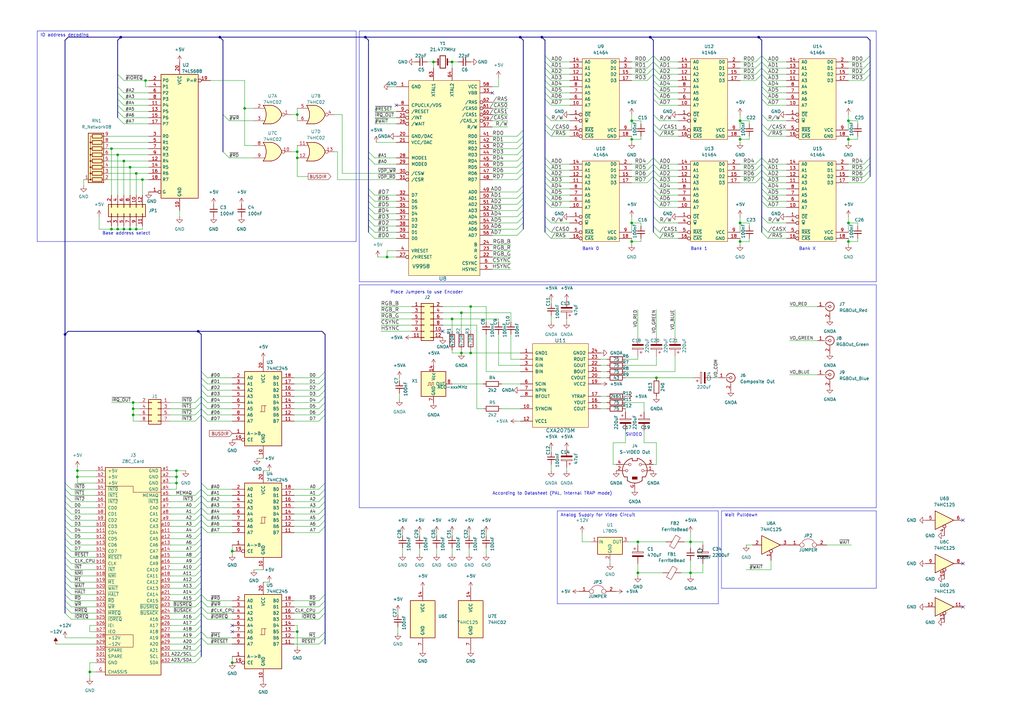
<source format=kicad_sch>
(kicad_sch (version 20230121) (generator eeschema)
  (paper "A3")
  (title_block (title "VDP Board / Video Board") (date "2023-12-26") (rev "0") (comment 1 "V9958 Video Board") (comment 2 "192K RAM"))
  (junction (at 189.23 144.78))
  (junction (at 26.67 137.16))
  (junction (at 54.61 170.18))
  (junction (at 259.08 57.15))
  (junction (at 48.26 63.5))
  (junction (at 347.98 99.06))
  (junction (at 95.25 271.78))
  (junction (at 72.39 198.12))
  (junction (at 31.75 193.04))
  (junction (at 158.75 105.41))
  (junction (at 261.62 222.25))
  (junction (at 303.53 91.44))
  (junction (at 185.42 130.81))
  (junction (at 54.61 167.64))
  (junction (at 55.88 93.98))
  (junction (at 50.8 66.04))
  (junction (at 149.86 15.24))
  (junction (at 303.53 49.53))
  (junction (at 53.34 68.58))
  (junction (at 259.08 49.53))
  (junction (at 50.8 93.98))
  (junction (at 283.21 234.95))
  (junction (at 54.61 165.1))
  (junction (at 283.21 222.25))
  (junction (at 347.98 49.53))
  (junction (at 261.62 234.95))
  (junction (at 121.92 259.08))
  (junction (at 269.24 154.94))
  (junction (at 72.39 193.04))
  (junction (at 193.04 144.78))
  (junction (at 259.08 99.06))
  (junction (at 222.25 15.24))
  (junction (at 72.39 195.58))
  (junction (at 48.26 93.98))
  (junction (at 55.88 71.12))
  (junction (at 58.42 73.66))
  (junction (at 266.7 15.24))
  (junction (at 121.92 62.23))
  (junction (at 90.17 15.24))
  (junction (at 177.8 25.4))
  (junction (at 347.98 91.44))
  (junction (at 45.72 60.96))
  (junction (at 121.92 46.99))
  (junction (at 53.34 93.98))
  (junction (at 36.83 275.59))
  (junction (at 95.25 226.06))
  (junction (at 259.08 91.44))
  (junction (at 303.53 99.06))
  (junction (at 121.92 64.77))
  (junction (at 49.53 15.24))
  (junction (at 303.53 57.15))
  (junction (at 100.33 44.45))
  (junction (at 59.69 33.02))
  (junction (at 189.23 128.27))
  (junction (at 193.04 125.73))
  (junction (at 213.36 15.24))
  (junction (at 185.42 25.4))
  (junction (at 311.15 15.24))
  (junction (at 31.75 195.58))
  (junction (at 81.28 135.89))
  (junction (at 347.98 57.15))
  (junction (at 45.72 93.98))
  (no_connect (at 394.97 231.14))
  (no_connect (at 95.25 256.54))
  (no_connect (at 181.61 135.89))
  (no_connect (at 162.56 43.18))
  (no_connect (at 394.97 248.92))
  (no_connect (at 201.93 38.1))
  (no_connect (at 95.25 259.08))
  (no_connect (at 394.97 213.36))
  (bus_entry (at 312.42 46.99) (size 2.54 2.54))
  (bus_entry (at 312.42 27.94) (size 2.54 2.54))
  (bus_entry (at 267.97 27.94) (size 2.54 2.54))
  (bus_entry (at 223.52 25.4) (size 2.54 2.54))
  (bus_entry (at 267.97 80.01) (size 2.54 2.54))
  (bus_entry (at 267.97 88.9) (size 2.54 2.54))
  (bus_entry (at 133.35 213.36) (size -2.54 2.54))
  (bus_entry (at 82.55 215.9) (size 2.54 2.54))
  (bus_entry (at 309.88 27.94) (size 2.54 -2.54))
  (bus_entry (at 82.55 246.38) (size -2.54 2.54))
  (bus_entry (at 82.55 261.62) (size 2.54 2.54))
  (bus_entry (at 82.55 236.22) (size -2.54 2.54))
  (bus_entry (at 265.43 74.93) (size 2.54 -2.54))
  (bus_entry (at 82.55 251.46) (size -2.54 2.54))
  (bus_entry (at 80.01 205.74) (size 2.54 -2.54))
  (bus_entry (at 26.67 246.38) (size 2.54 2.54))
  (bus_entry (at 309.88 25.4) (size 2.54 -2.54))
  (bus_entry (at 354.33 30.48) (size 2.54 -2.54))
  (bus_entry (at 130.81 172.72) (size 2.54 -2.54))
  (bus_entry (at 151.13 62.23) (size 2.54 2.54))
  (bus_entry (at 267.97 38.1) (size 2.54 2.54))
  (bus_entry (at 26.67 248.92) (size 2.54 2.54))
  (bus_entry (at 151.13 77.47) (size 2.54 2.54))
  (bus_entry (at 223.52 72.39) (size 2.54 2.54))
  (bus_entry (at 312.42 74.93) (size 2.54 2.54))
  (bus_entry (at 133.35 246.38) (size -2.54 2.54))
  (bus_entry (at 48.26 45.72) (size 2.54 2.54))
  (bus_entry (at 82.55 243.84) (size 2.54 2.54))
  (bus_entry (at 29.21 208.28) (size -2.54 -2.54))
  (bus_entry (at 312.42 67.31) (size 2.54 2.54))
  (bus_entry (at 82.55 266.7) (size -2.54 2.54))
  (bus_entry (at 82.55 248.92) (size -2.54 2.54))
  (bus_entry (at 82.55 198.12) (size 2.54 2.54))
  (bus_entry (at 82.55 241.3) (size -2.54 2.54))
  (bus_entry (at 82.55 205.74) (size 2.54 2.54))
  (bus_entry (at 309.88 72.39) (size 2.54 -2.54))
  (bus_entry (at 29.21 213.36) (size -2.54 -2.54))
  (bus_entry (at 48.26 48.26) (size 2.54 2.54))
  (bus_entry (at 267.97 95.25) (size 2.54 2.54))
  (bus_entry (at 80.01 203.2) (size 2.54 -2.54))
  (bus_entry (at 82.55 261.62) (size -2.54 2.54))
  (bus_entry (at 85.09 167.64) (size -2.54 -2.54))
  (bus_entry (at 29.21 215.9) (size -2.54 -2.54))
  (bus_entry (at 265.43 69.85) (size 2.54 -2.54))
  (bus_entry (at 223.52 77.47) (size 2.54 2.54))
  (bus_entry (at 223.52 82.55) (size 2.54 2.54))
  (bus_entry (at 26.67 251.46) (size 2.54 2.54))
  (bus_entry (at 29.21 220.98) (size -2.54 -2.54))
  (bus_entry (at 267.97 46.99) (size 2.54 2.54))
  (bus_entry (at 312.42 30.48) (size 2.54 2.54))
  (bus_entry (at 309.88 67.31) (size 2.54 -2.54))
  (bus_entry (at 133.35 251.46) (size -2.54 2.54))
  (bus_entry (at 267.97 50.8) (size 2.54 2.54))
  (bus_entry (at 26.67 241.3) (size 2.54 2.54))
  (bus_entry (at 151.13 92.71) (size 2.54 2.54))
  (bus_entry (at 354.33 25.4) (size 2.54 -2.54))
  (bus_entry (at 151.13 90.17) (size 2.54 2.54))
  (bus_entry (at 85.09 162.56) (size -2.54 -2.54))
  (bus_entry (at 29.21 218.44) (size -2.54 -2.54))
  (bus_entry (at 312.42 72.39) (size 2.54 2.54))
  (bus_entry (at 26.67 198.12) (size 2.54 2.54))
  (bus_entry (at 265.43 72.39) (size 2.54 -2.54))
  (bus_entry (at 29.21 210.82) (size -2.54 -2.54))
  (bus_entry (at 267.97 74.93) (size 2.54 2.54))
  (bus_entry (at 312.42 40.64) (size 2.54 2.54))
  (bus_entry (at 130.81 165.1) (size 2.54 -2.54))
  (bus_entry (at 214.63 76.2) (size -2.54 2.54))
  (bus_entry (at 267.97 35.56) (size 2.54 2.54))
  (bus_entry (at 212.09 66.04) (size 2.54 -2.54))
  (bus_entry (at 223.52 22.86) (size 2.54 2.54))
  (bus_entry (at 212.09 60.96) (size 2.54 -2.54))
  (bus_entry (at 82.55 264.16) (size -2.54 2.54))
  (bus_entry (at 312.42 80.01) (size 2.54 2.54))
  (bus_entry (at 133.35 215.9) (size -2.54 2.54))
  (bus_entry (at 26.67 200.66) (size 2.54 2.54))
  (bus_entry (at 214.63 93.98) (size -2.54 2.54))
  (bus_entry (at 85.09 160.02) (size -2.54 -2.54))
  (bus_entry (at 26.67 233.68) (size 2.54 2.54))
  (bus_entry (at 151.13 64.77) (size 2.54 2.54))
  (bus_entry (at 312.42 22.86) (size 2.54 2.54))
  (bus_entry (at 354.33 27.94) (size 2.54 -2.54))
  (bus_entry (at 267.97 72.39) (size 2.54 2.54))
  (bus_entry (at 48.26 35.56) (size 2.54 2.54))
  (bus_entry (at 309.88 30.48) (size 2.54 -2.54))
  (bus_entry (at 354.33 72.39) (size 2.54 -2.54))
  (bus_entry (at 151.13 85.09) (size 2.54 2.54))
  (bus_entry (at 267.97 33.02) (size 2.54 2.54))
  (bus_entry (at 312.42 33.02) (size 2.54 2.54))
  (bus_entry (at 212.09 71.12) (size 2.54 -2.54))
  (bus_entry (at 82.55 251.46) (size 2.54 2.54))
  (bus_entry (at 151.13 80.01) (size 2.54 2.54))
  (bus_entry (at 267.97 53.34) (size 2.54 2.54))
  (bus_entry (at 82.55 203.2) (size 2.54 2.54))
  (bus_entry (at 267.97 92.71) (size 2.54 2.54))
  (bus_entry (at 26.67 231.14) (size 2.54 2.54))
  (bus_entry (at 223.52 38.1) (size 2.54 2.54))
  (bus_entry (at 223.52 27.94) (size 2.54 2.54))
  (bus_entry (at 223.52 74.93) (size 2.54 2.54))
  (bus_entry (at 82.55 254) (size -2.54 2.54))
  (bus_entry (at 91.44 62.23) (size 2.54 2.54))
  (bus_entry (at 82.55 210.82) (size -2.54 2.54))
  (bus_entry (at 312.42 82.55) (size 2.54 2.54))
  (bus_entry (at 26.67 238.76) (size 2.54 2.54))
  (bus_entry (at 214.63 78.74) (size -2.54 2.54))
  (bus_entry (at 265.43 33.02) (size 2.54 -2.54))
  (bus_entry (at 82.55 213.36) (size -2.54 2.54))
  (bus_entry (at 133.35 208.28) (size -2.54 2.54))
  (bus_entry (at 130.81 170.18) (size 2.54 -2.54))
  (bus_entry (at 130.81 154.94) (size 2.54 -2.54))
  (bus_entry (at 151.13 87.63) (size 2.54 2.54))
  (bus_entry (at 82.55 213.36) (size 2.54 2.54))
  (bus_entry (at 48.26 38.1) (size 2.54 2.54))
  (bus_entry (at 223.52 67.31) (size 2.54 2.54))
  (bus_entry (at 267.97 69.85) (size 2.54 2.54))
  (bus_entry (at 309.88 74.93) (size 2.54 -2.54))
  (bus_entry (at 267.97 64.77) (size 2.54 2.54))
  (bus_entry (at 85.09 165.1) (size -2.54 -2.54))
  (bus_entry (at 267.97 67.31) (size 2.54 2.54))
  (bus_entry (at 212.09 63.5) (size 2.54 -2.54))
  (bus_entry (at 214.63 81.28) (size -2.54 2.54))
  (bus_entry (at 26.67 226.06) (size 2.54 2.54))
  (bus_entry (at 130.81 160.02) (size 2.54 -2.54))
  (bus_entry (at 82.55 208.28) (size -2.54 2.54))
  (bus_entry (at 265.43 25.4) (size 2.54 -2.54))
  (bus_entry (at 130.81 162.56) (size 2.54 -2.54))
  (bus_entry (at 267.97 22.86) (size 2.54 2.54))
  (bus_entry (at 223.52 95.25) (size 2.54 2.54))
  (bus_entry (at 82.55 231.14) (size -2.54 2.54))
  (bus_entry (at 130.81 157.48) (size 2.54 -2.54))
  (bus_entry (at 151.13 82.55) (size 2.54 2.54))
  (bus_entry (at 223.52 35.56) (size 2.54 2.54))
  (bus_entry (at 26.67 243.84) (size 2.54 2.54))
  (bus_entry (at 214.63 86.36) (size -2.54 2.54))
  (bus_entry (at 312.42 88.9) (size 2.54 2.54))
  (bus_entry (at 82.55 167.64) (size -2.54 2.54))
  (bus_entry (at 265.43 67.31) (size 2.54 -2.54))
  (bus_entry (at 312.42 35.56) (size 2.54 2.54))
  (bus_entry (at 354.33 74.93) (size 2.54 -2.54))
  (bus_entry (at 82.55 259.08) (size -2.54 2.54))
  (bus_entry (at 133.35 210.82) (size -2.54 2.54))
  (bus_entry (at 151.13 95.25) (size 2.54 2.54))
  (bus_entry (at 85.09 157.48) (size -2.54 -2.54))
  (bus_entry (at 133.35 248.92) (size -2.54 2.54))
  (bus_entry (at 223.52 69.85) (size 2.54 2.54))
  (bus_entry (at 133.35 198.12) (size -2.54 2.54))
  (bus_entry (at 133.35 203.2) (size -2.54 2.54))
  (bus_entry (at 133.35 259.08) (size -2.54 2.54))
  (bus_entry (at 26.67 228.6) (size 2.54 2.54))
  (bus_entry (at 82.55 238.76) (size -2.54 2.54))
  (bus_entry (at 223.52 33.02) (size 2.54 2.54))
  (bus_entry (at 48.26 30.48) (size 2.54 2.54))
  (bus_entry (at 312.42 77.47) (size 2.54 2.54))
  (bus_entry (at 82.55 228.6) (size -2.54 2.54))
  (bus_entry (at 354.33 69.85) (size 2.54 -2.54))
  (bus_entry (at 82.55 165.1) (size -2.54 2.54))
  (bus_entry (at 48.26 40.64) (size 2.54 2.54))
  (bus_entry (at 267.97 25.4) (size 2.54 2.54))
  (bus_entry (at 223.52 30.48) (size 2.54 2.54))
  (bus_entry (at 312.42 50.8) (size 2.54 2.54))
  (bus_entry (at 82.55 205.74) (size -2.54 2.54))
  (bus_entry (at 214.63 91.44) (size -2.54 2.54))
  (bus_entry (at 82.55 170.18) (size -2.54 2.54))
  (bus_entry (at 82.55 226.06) (size -2.54 2.54))
  (bus_entry (at 82.55 243.84) (size -2.54 2.54))
  (bus_entry (at 214.63 88.9) (size -2.54 2.54))
  (bus_entry (at 133.35 261.62) (size -2.54 2.54))
  (bus_entry (at 212.09 58.42) (size 2.54 -2.54))
  (bus_entry (at 212.09 68.58) (size 2.54 -2.54))
  (bus_entry (at 312.42 25.4) (size 2.54 2.54))
  (bus_entry (at 82.55 233.68) (size -2.54 2.54))
  (bus_entry (at 223.52 64.77) (size 2.54 2.54))
  (bus_entry (at 312.42 92.71) (size 2.54 2.54))
  (bus_entry (at 309.88 69.85) (size 2.54 -2.54))
  (bus_entry (at 223.52 50.8) (size 2.54 2.54))
  (bus_entry (at 223.52 46.99) (size 2.54 2.54))
  (bus_entry (at 223.52 53.34) (size 2.54 2.54))
  (bus_entry (at 82.55 269.24) (size -2.54 2.54))
  (bus_entry (at 82.55 162.56) (size -2.54 2.54))
  (bus_entry (at 267.97 77.47) (size 2.54 2.54))
  (bus_entry (at 354.33 67.31) (size 2.54 -2.54))
  (bus_entry (at 214.63 83.82) (size -2.54 2.54))
  (bus_entry (at 29.21 226.06) (size -2.54 -2.54))
  (bus_entry (at 85.09 172.72) (size -2.54 -2.54))
  (bus_entry (at 223.52 88.9) (size 2.54 2.54))
  (bus_entry (at 82.55 220.98) (size -2.54 2.54))
  (bus_entry (at 267.97 30.48) (size 2.54 2.54))
  (bus_entry (at 91.44 46.99) (size 2.54 2.54))
  (bus_entry (at 82.55 223.52) (size -2.54 2.54))
  (bus_entry (at 265.43 30.48) (size 2.54 -2.54))
  (bus_entry (at 82.55 246.38) (size 2.54 2.54))
  (bus_entry (at 82.55 210.82) (size 2.54 2.54))
  (bus_entry (at 85.09 154.94) (size -2.54 -2.54))
  (bus_entry (at 82.55 215.9) (size -2.54 2.54))
  (bus_entry (at 133.35 200.66) (size -2.54 2.54))
  (bus_entry (at 223.52 80.01) (size 2.54 2.54))
  (bus_entry (at 267.97 82.55) (size 2.54 2.54))
  (bus_entry (at 82.55 259.08) (size 2.54 2.54))
  (bus_entry (at 212.09 73.66) (size 2.54 -2.54))
  (bus_entry (at 133.35 205.74) (size -2.54 2.54))
  (bus_entry (at 48.26 43.18) (size 2.54 2.54))
  (bus_entry (at 85.09 170.18) (size -2.54 -2.54))
  (bus_entry (at 223.52 92.71) (size 2.54 2.54))
  (bus_entry (at 312.42 38.1) (size 2.54 2.54))
  (bus_entry (at 130.81 167.64) (size 2.54 -2.54))
  (bus_entry (at 26.67 236.22) (size 2.54 2.54))
  (bus_entry (at 267.97 40.64) (size 2.54 2.54))
  (bus_entry (at 133.35 243.84) (size -2.54 2.54))
  (bus_entry (at 312.42 69.85) (size 2.54 2.54))
  (bus_entry (at 82.55 256.54) (size -2.54 2.54))
  (bus_entry (at 354.33 33.02) (size 2.54 -2.54))
  (bus_entry (at 309.88 33.02) (size 2.54 -2.54))
  (bus_entry (at 82.55 248.92) (size 2.54 2.54))
  (bus_entry (at 312.42 95.25) (size 2.54 2.54))
  (bus_entry (at 26.67 203.2) (size 2.54 2.54))
  (bus_entry (at 212.09 55.88) (size 2.54 -2.54))
  (bus_entry (at 82.55 208.28) (size 2.54 2.54))
  (bus_entry (at 265.43 27.94) (size 2.54 -2.54))
  (bus_entry (at 312.42 53.34) (size 2.54 2.54))
  (bus_entry (at 82.55 218.44) (size -2.54 2.54))
  (bus_entry (at 82.55 200.66) (size 2.54 2.54))
  (bus_entry (at 312.42 64.77) (size 2.54 2.54))
  (bus_entry (at 223.52 40.64) (size 2.54 2.54))
  (bus_entry (at 29.21 223.52) (size -2.54 -2.54))
  (wire (pts (xy 314.96 82.55) (xy 322.58 82.55)))
  (bus (pts (xy 49.53 15.24) (xy 90.17 15.24)))
  (bus (pts (xy 312.42 27.94) (xy 312.42 30.48)))
  (bus (pts (xy 267.97 35.56) (xy 267.97 38.1)))
  (wire (pts (xy 181.61 133.35) (xy 195.58 133.35)))
  (wire (pts (xy 259.08 27.94) (xy 265.43 27.94)))
  (polyline (pts (xy 294.64 209.55) (xy 294.64 247.65)))
  (wire (pts (xy 303.53 91.44) (xy 307.34 91.44)))
  (bus (pts (xy 267.97 69.85) (xy 267.97 72.39)))
  (wire (pts (xy 303.53 100.33) (xy 303.53 99.06)))
  (wire (pts (xy 201.93 60.96) (xy 212.09 60.96)))
  (wire (pts (xy 261.62 236.22) (xy 261.62 234.95)))
  (wire (pts (xy 309.88 72.39) (xy 303.53 72.39)))
  (wire (pts (xy 265.43 72.39) (xy 259.08 72.39)))
  (bus (pts (xy 82.55 137.16) (xy 81.28 135.89)))
  (bus (pts (xy 133.35 170.18) (xy 133.35 167.64)))
  (wire (pts (xy 29.21 243.84) (xy 39.37 243.84)))
  (wire (pts (xy 347.98 99.06) (xy 347.98 97.79)))
  (bus (pts (xy 82.55 226.06) (xy 82.55 223.52)))
  (bus (pts (xy 26.67 16.51) (xy 27.94 15.24)))
  (bus (pts (xy 149.86 15.24) (xy 213.36 15.24)))
  (wire (pts (xy 185.42 144.78) (xy 189.23 144.78)))
  (wire (pts (xy 193.04 143.51) (xy 193.04 144.78)))
  (wire (pts (xy 154.305 58.42) (xy 162.56 58.42)))
  (wire (pts (xy 85.09 154.94) (xy 95.25 154.94)))
  (wire (pts (xy 278.13 97.79) (xy 270.51 97.79)))
  (wire (pts (xy 201.93 44.45) (xy 208.28 44.45)))
  (bus (pts (xy 267.97 16.51) (xy 266.7 15.24)))
  (wire (pts (xy 50.8 43.18) (xy 60.96 43.18)))
  (bus (pts (xy 82.55 256.54) (xy 82.55 259.08)))
  (bus (pts (xy 312.42 16.51) (xy 312.42 22.86)))
  (wire (pts (xy 36.83 278.13) (xy 36.83 275.59)))
  (wire (pts (xy 120.65 208.28) (xy 130.81 208.28)))
  (bus (pts (xy 82.55 220.98) (xy 82.55 218.44)))
  (bus (pts (xy 222.25 15.24) (xy 266.7 15.24)))
  (polyline (pts (xy 359.41 208.28) (xy 147.32 208.28)))
  (bus (pts (xy 48.26 48.26) (xy 48.26 45.72)))
  (polyline (pts (xy 228.6 209.55) (xy 294.64 209.55)))
  (wire (pts (xy 121.92 59.69) (xy 121.92 62.23)))
  (wire (pts (xy 226.06 35.56) (xy 233.68 35.56)))
  (wire (pts (xy 156.21 128.27) (xy 168.91 128.27)))
  (bus (pts (xy 312.42 80.01) (xy 312.42 82.55)))
  (wire (pts (xy 323.85 125.73) (xy 335.28 125.73)))
  (wire (pts (xy 179.07 227.33) (xy 179.07 224.79)))
  (bus (pts (xy 312.42 77.47) (xy 312.42 80.01)))
  (wire (pts (xy 193.04 125.73) (xy 193.04 135.89)))
  (wire (pts (xy 351.79 57.15) (xy 351.79 55.88)))
  (bus (pts (xy 267.97 80.01) (xy 267.97 82.55)))
  (bus (pts (xy 82.55 238.76) (xy 82.55 236.22)))
  (wire (pts (xy 259.08 67.31) (xy 265.43 67.31)))
  (wire (pts (xy 50.8 66.04) (xy 60.96 66.04)))
  (wire (pts (xy 280.67 222.25) (xy 283.21 222.25)))
  (wire (pts (xy 233.68 95.25) (xy 226.06 95.25)))
  (wire (pts (xy 303.53 27.94) (xy 309.88 27.94)))
  (wire (pts (xy 314.96 72.39) (xy 322.58 72.39)))
  (bus (pts (xy 214.63 53.34) (xy 214.63 16.51)))
  (polyline (pts (xy 147.32 115.57) (xy 359.41 115.57)))
  (bus (pts (xy 267.97 38.1) (xy 267.97 40.64)))
  (bus (pts (xy 48.26 16.51) (xy 49.53 15.24)))
  (bus (pts (xy 133.35 259.08) (xy 133.35 261.62)))
  (wire (pts (xy 198.12 157.48) (xy 185.42 157.48)))
  (bus (pts (xy 151.13 80.01) (xy 151.13 82.55)))
  (wire (pts (xy 238.76 218.44) (xy 238.76 222.25)))
  (bus (pts (xy 214.63 83.82) (xy 214.63 86.36)))
  (wire (pts (xy 270.51 33.02) (xy 278.13 33.02)))
  (wire (pts (xy 95.25 227.33) (xy 95.25 226.06)))
  (bus (pts (xy 82.55 254) (xy 82.55 251.46)))
  (wire (pts (xy 121.92 259.08) (xy 121.92 265.43)))
  (wire (pts (xy 29.21 236.22) (xy 39.37 236.22)))
  (wire (pts (xy 44.45 58.42) (xy 60.96 58.42)))
  (polyline (pts (xy 359.41 116.84) (xy 359.41 208.28)))
  (wire (pts (xy 130.81 251.46) (xy 120.65 251.46)))
  (wire (pts (xy 270.51 69.85) (xy 278.13 69.85)))
  (wire (pts (xy 69.85 203.2) (xy 80.01 203.2)))
  (wire (pts (xy 31.75 195.58) (xy 31.75 193.04)))
  (wire (pts (xy 130.81 165.1) (xy 120.65 165.1)))
  (polyline (pts (xy 228.6 209.55) (xy 228.6 247.65)))
  (wire (pts (xy 119.38 62.23) (xy 121.92 62.23)))
  (wire (pts (xy 303.53 46.99) (xy 303.53 49.53)))
  (wire (pts (xy 85.09 203.2) (xy 95.25 203.2)))
  (wire (pts (xy 153.67 45.72) (xy 162.56 45.72)))
  (bus (pts (xy 151.13 82.55) (xy 151.13 85.09)))
  (wire (pts (xy 80.01 238.76) (xy 69.85 238.76)))
  (bus (pts (xy 223.52 50.8) (xy 223.52 53.34)))
  (wire (pts (xy 314.96 38.1) (xy 322.58 38.1)))
  (bus (pts (xy 26.67 241.3) (xy 26.67 243.84)))
  (wire (pts (xy 39.37 195.58) (xy 31.75 195.58)))
  (wire (pts (xy 100.33 33.02) (xy 100.33 44.45)))
  (wire (pts (xy 248.92 167.64) (xy 246.38 167.64)))
  (bus (pts (xy 151.13 92.71) (xy 151.13 95.25)))
  (bus (pts (xy 312.42 92.71) (xy 312.42 95.25)))
  (wire (pts (xy 201.93 55.88) (xy 212.09 55.88)))
  (wire (pts (xy 85.09 160.02) (xy 95.25 160.02)))
  (wire (pts (xy 201.93 49.53) (xy 208.28 49.53)))
  (bus (pts (xy 26.67 210.82) (xy 26.67 208.28)))
  (wire (pts (xy 204.47 149.86) (xy 204.47 137.16)))
  (wire (pts (xy 226.06 82.55) (xy 233.68 82.55)))
  (wire (pts (xy 80.01 172.72) (xy 69.85 172.72)))
  (bus (pts (xy 213.36 15.24) (xy 214.63 16.51)))
  (wire (pts (xy 185.42 130.81) (xy 185.42 135.89)))
  (wire (pts (xy 264.16 165.1) (xy 264.16 168.91)))
  (wire (pts (xy 233.68 53.34) (xy 226.06 53.34)))
  (wire (pts (xy 29.21 218.44) (xy 39.37 218.44)))
  (wire (pts (xy 50.8 93.98) (xy 53.34 93.98)))
  (wire (pts (xy 193.04 144.78) (xy 213.36 144.78)))
  (bus (pts (xy 151.13 77.47) (xy 151.13 80.01)))
  (wire (pts (xy 212.09 78.74) (xy 201.93 78.74)))
  (wire (pts (xy 163.195 250.825) (xy 163.195 252.095)))
  (wire (pts (xy 256.54 147.32) (xy 261.62 147.32)))
  (wire (pts (xy 120.65 210.82) (xy 130.81 210.82)))
  (bus (pts (xy 48.26 38.1) (xy 48.26 40.64)))
  (wire (pts (xy 31.75 193.04) (xy 39.37 193.04)))
  (wire (pts (xy 212.09 91.44) (xy 201.93 91.44)))
  (bus (pts (xy 82.55 223.52) (xy 82.55 220.98)))
  (wire (pts (xy 322.58 53.34) (xy 314.96 53.34)))
  (bus (pts (xy 133.35 215.9) (xy 133.35 243.84)))
  (wire (pts (xy 57.15 167.64) (xy 54.61 167.64)))
  (wire (pts (xy 351.79 99.06) (xy 351.79 97.79)))
  (bus (pts (xy 82.55 213.36) (xy 82.55 210.82)))
  (wire (pts (xy 93.98 64.77) (xy 104.14 64.77)))
  (wire (pts (xy 130.81 154.94) (xy 120.65 154.94)))
  (wire (pts (xy 181.61 128.27) (xy 189.23 128.27)))
  (bus (pts (xy 82.55 236.22) (xy 82.55 233.68)))
  (bus (pts (xy 223.52 40.64) (xy 223.52 46.99)))
  (bus (pts (xy 214.63 58.42) (xy 214.63 60.96)))
  (bus (pts (xy 267.97 27.94) (xy 267.97 30.48)))
  (wire (pts (xy 85.09 208.28) (xy 95.25 208.28)))
  (bus (pts (xy 133.35 246.38) (xy 133.35 248.92)))
  (wire (pts (xy 354.33 72.39) (xy 347.98 72.39)))
  (bus (pts (xy 48.26 45.72) (xy 48.26 43.18)))
  (wire (pts (xy 201.93 96.52) (xy 212.09 96.52)))
  (wire (pts (xy 314.96 80.01) (xy 322.58 80.01)))
  (wire (pts (xy 278.13 95.25) (xy 270.51 95.25)))
  (wire (pts (xy 22.86 264.16) (xy 39.37 264.16)))
  (bus (pts (xy 82.55 200.66) (xy 82.55 203.2)))
  (bus (pts (xy 223.52 80.01) (xy 223.52 82.55)))
  (wire (pts (xy 201.93 110.49) (xy 209.55 110.49)))
  (bus (pts (xy 223.52 53.34) (xy 223.52 64.77)))
  (wire (pts (xy 60.96 35.56) (xy 59.69 35.56)))
  (wire (pts (xy 347.98 57.15) (xy 351.79 57.15)))
  (polyline (pts (xy 15.24 99.06) (xy 146.05 99.06)))
  (wire (pts (xy 57.15 170.18) (xy 54.61 170.18)))
  (wire (pts (xy 85.09 200.66) (xy 95.25 200.66)))
  (wire (pts (xy 153.67 50.8) (xy 162.56 50.8)))
  (bus (pts (xy 223.52 33.02) (xy 223.52 35.56)))
  (wire (pts (xy 226.06 38.1) (xy 233.68 38.1)))
  (wire (pts (xy 156.21 130.81) (xy 168.91 130.81)))
  (wire (pts (xy 72.39 198.12) (xy 72.39 195.58)))
  (bus (pts (xy 82.55 208.28) (xy 82.55 205.74)))
  (wire (pts (xy 270.51 38.1) (xy 278.13 38.1)))
  (bus (pts (xy 223.52 16.51) (xy 222.25 15.24)))
  (wire (pts (xy 195.58 133.35) (xy 195.58 167.64)))
  (wire (pts (xy 226.06 69.85) (xy 233.68 69.85)))
  (wire (pts (xy 58.42 73.66) (xy 60.96 73.66)))
  (wire (pts (xy 100.33 59.69) (xy 104.14 59.69)))
  (wire (pts (xy 40.64 93.98) (xy 45.72 93.98)))
  (wire (pts (xy 314.96 67.31) (xy 322.58 67.31)))
  (wire (pts (xy 153.67 87.63) (xy 162.56 87.63)))
  (bus (pts (xy 223.52 72.39) (xy 223.52 74.93)))
  (wire (pts (xy 316.23 229.87) (xy 316.23 233.68)))
  (wire (pts (xy 261.62 127) (xy 261.62 138.43)))
  (bus (pts (xy 82.55 157.48) (xy 82.55 160.02)))
  (bus (pts (xy 133.35 213.36) (xy 133.35 215.9)))
  (bus (pts (xy 91.44 46.99) (xy 91.44 62.23)))
  (polyline (pts (xy 15.24 12.7) (xy 15.24 99.06)))
  (bus (pts (xy 214.63 76.2) (xy 214.63 71.12)))
  (wire (pts (xy 189.23 128.27) (xy 209.55 128.27)))
  (wire (pts (xy 270.51 25.4) (xy 278.13 25.4)))
  (wire (pts (xy 212.09 172.72) (xy 213.36 172.72)))
  (bus (pts (xy 267.97 88.9) (xy 267.97 92.71)))
  (wire (pts (xy 120.65 205.74) (xy 130.81 205.74)))
  (wire (pts (xy 193.04 144.78) (xy 189.23 144.78)))
  (bus (pts (xy 311.15 15.24) (xy 355.6 15.24)))
  (bus (pts (xy 312.42 40.64) (xy 312.42 46.99)))
  (bus (pts (xy 82.55 266.7) (xy 82.55 269.24)))
  (wire (pts (xy 270.51 35.56) (xy 278.13 35.56)))
  (polyline (pts (xy 146.05 12.7) (xy 15.24 12.7)))
  (bus (pts (xy 133.35 243.84) (xy 133.35 246.38)))
  (wire (pts (xy 201.93 107.95) (xy 209.55 107.95)))
  (wire (pts (xy 185.42 218.44) (xy 185.42 219.71)))
  (bus (pts (xy 82.55 241.3) (xy 82.55 238.76)))
  (bus (pts (xy 267.97 30.48) (xy 267.97 33.02)))
  (wire (pts (xy 314.96 49.53) (xy 322.58 49.53)))
  (polyline (pts (xy 146.05 99.06) (xy 146.05 12.7)))
  (wire (pts (xy 283.21 234.95) (xy 283.21 236.22)))
  (wire (pts (xy 130.81 157.48) (xy 120.65 157.48)))
  (wire (pts (xy 29.21 220.98) (xy 39.37 220.98)))
  (wire (pts (xy 137.16 46.99) (xy 140.335 46.99)))
  (wire (pts (xy 80.01 243.84) (xy 69.85 243.84)))
  (wire (pts (xy 165.1 227.33) (xy 165.1 224.79)))
  (wire (pts (xy 80.01 226.06) (xy 69.85 226.06)))
  (wire (pts (xy 270.51 40.64) (xy 278.13 40.64)))
  (wire (pts (xy 303.53 49.53) (xy 303.53 53.34)))
  (wire (pts (xy 34.29 73.66) (xy 34.29 76.2)))
  (wire (pts (xy 347.98 57.15) (xy 347.98 55.88)))
  (wire (pts (xy 85.09 251.46) (xy 95.25 251.46)))
  (bus (pts (xy 133.35 210.82) (xy 133.35 213.36)))
  (wire (pts (xy 72.39 200.66) (xy 72.39 198.12)))
  (wire (pts (xy 204.47 149.86) (xy 213.36 149.86)))
  (wire (pts (xy 104.14 233.68) (xy 107.95 233.68)))
  (bus (pts (xy 26.67 233.68) (xy 26.67 236.22)))
  (wire (pts (xy 100.33 44.45) (xy 100.33 59.69)))
  (bus (pts (xy 133.35 203.2) (xy 133.35 205.74)))
  (wire (pts (xy 121.92 72.39) (xy 126.365 72.39)))
  (bus (pts (xy 82.55 154.94) (xy 82.55 157.48)))
  (wire (pts (xy 269.24 154.94) (xy 284.48 154.94)))
  (bus (pts (xy 82.55 261.62) (xy 82.55 259.08)))
  (wire (pts (xy 120.65 256.54) (xy 121.92 256.54)))
  (bus (pts (xy 223.52 38.1) (xy 223.52 40.64)))
  (wire (pts (xy 226.06 72.39) (xy 233.68 72.39)))
  (bus (pts (xy 356.87 16.51) (xy 356.87 22.86)))
  (bus (pts (xy 151.13 16.51) (xy 151.13 62.23)))
  (wire (pts (xy 80.01 165.1) (xy 69.85 165.1)))
  (wire (pts (xy 347.98 88.9) (xy 347.98 91.44)))
  (wire (pts (xy 80.01 220.98) (xy 69.85 220.98)))
  (wire (pts (xy 130.81 254) (xy 120.65 254)))
  (bus (pts (xy 214.63 63.5) (xy 214.63 66.04)))
  (wire (pts (xy 226.06 132.08) (xy 226.06 129.54)))
  (wire (pts (xy 192.405 218.44) (xy 192.405 219.71)))
  (wire (pts (xy 314.96 33.02) (xy 322.58 33.02)))
  (wire (pts (xy 204.47 31.75) (xy 204.47 35.56)))
  (wire (pts (xy 80.01 261.62) (xy 69.85 261.62)))
  (wire (pts (xy 261.62 147.32) (xy 261.62 146.05)))
  (wire (pts (xy 303.53 69.85) (xy 309.88 69.85)))
  (wire (pts (xy 85.09 172.72) (xy 95.25 172.72)))
  (wire (pts (xy 259.08 49.53) (xy 262.89 49.53)))
  (wire (pts (xy 201.93 41.91) (xy 208.28 41.91)))
  (wire (pts (xy 212.09 86.36) (xy 201.93 86.36)))
  (wire (pts (xy 226.06 184.15) (xy 226.06 185.42)))
  (wire (pts (xy 251.46 181.61) (xy 251.46 190.5)))
  (wire (pts (xy 39.37 259.08) (xy 36.83 259.08)))
  (wire (pts (xy 303.53 58.42) (xy 303.53 57.15)))
  (wire (pts (xy 226.06 27.94) (xy 233.68 27.94)))
  (wire (pts (xy 201.93 105.41) (xy 209.55 105.41)))
  (wire (pts (xy 323.85 153.67) (xy 335.28 153.67)))
  (wire (pts (xy 347.98 49.53) (xy 351.79 49.53)))
  (bus (pts (xy 133.35 170.18) (xy 133.35 198.12)))
  (wire (pts (xy 121.92 256.54) (xy 121.92 259.08)))
  (wire (pts (xy 163.83 154.94) (xy 163.83 156.21)))
  (wire (pts (xy 80.01 256.54) (xy 69.85 256.54)))
  (wire (pts (xy 283.21 229.87) (xy 283.21 234.95)))
  (wire (pts (xy 54.61 165.1) (xy 45.72 165.1)))
  (bus (pts (xy 133.35 251.46) (xy 133.35 259.08)))
  (bus (pts (xy 82.55 198.12) (xy 82.55 200.66)))
  (wire (pts (xy 121.92 64.77) (xy 121.92 72.39)))
  (wire (pts (xy 36.83 275.59) (xy 36.83 271.78)))
  (wire (pts (xy 29.21 231.14) (xy 39.37 231.14)))
  (wire (pts (xy 85.09 246.38) (xy 95.25 246.38)))
  (wire (pts (xy 119.38 46.99) (xy 121.92 46.99)))
  (wire (pts (xy 80.01 269.24) (xy 69.85 269.24)))
  (wire (pts (xy 50.8 33.02) (xy 59.69 33.02)))
  (wire (pts (xy 80.01 233.68) (xy 69.85 233.68)))
  (wire (pts (xy 121.92 46.99) (xy 121.92 44.45)))
  (wire (pts (xy 347.98 99.06) (xy 351.79 99.06)))
  (bus (pts (xy 133.35 198.12) (xy 133.35 200.66)))
  (polyline (pts (xy 295.91 209.55) (xy 295.91 241.3)))
  (wire (pts (xy 29.21 238.76) (xy 39.37 238.76)))
  (bus (pts (xy 267.97 50.8) (xy 267.97 53.34)))
  (wire (pts (xy 248.92 165.1) (xy 246.38 165.1)))
  (wire (pts (xy 80.01 241.3) (xy 69.85 241.3)))
  (bus (pts (xy 214.63 53.34) (xy 214.63 55.88)))
  (wire (pts (xy 307.34 57.15) (xy 307.34 55.88)))
  (wire (pts (xy 303.53 88.9) (xy 303.53 91.44)))
  (wire (pts (xy 347.98 25.4) (xy 354.33 25.4)))
  (bus (pts (xy 267.97 82.55) (xy 267.97 88.9)))
  (wire (pts (xy 29.21 205.74) (xy 39.37 205.74)))
  (bus (pts (xy 82.55 228.6) (xy 82.55 226.06)))
  (bus (pts (xy 133.35 205.74) (xy 133.35 208.28)))
  (wire (pts (xy 80.01 228.6) (xy 69.85 228.6)))
  (bus (pts (xy 312.42 74.93) (xy 312.42 77.47)))
  (wire (pts (xy 130.81 160.02) (xy 120.65 160.02)))
  (wire (pts (xy 270.51 72.39) (xy 278.13 72.39)))
  (wire (pts (xy 232.41 132.08) (xy 232.41 130.81)))
  (wire (pts (xy 130.81 172.72) (xy 120.65 172.72)))
  (wire (pts (xy 185.42 143.51) (xy 185.42 144.78)))
  (wire (pts (xy 130.81 264.16) (xy 120.65 264.16)))
  (wire (pts (xy 201.93 102.87) (xy 209.55 102.87)))
  (wire (pts (xy 199.39 125.73) (xy 199.39 132.08)))
  (wire (pts (xy 85.09 170.18) (xy 95.25 170.18)))
  (wire (pts (xy 80.01 215.9) (xy 69.85 215.9)))
  (wire (pts (xy 172.085 227.33) (xy 172.085 224.79)))
  (wire (pts (xy 256.54 181.61) (xy 251.46 181.61)))
  (wire (pts (xy 72.39 195.58) (xy 72.39 193.04)))
  (wire (pts (xy 120.65 200.66) (xy 130.81 200.66)))
  (wire (pts (xy 85.09 248.92) (xy 95.25 248.92)))
  (wire (pts (xy 50.8 38.1) (xy 60.96 38.1)))
  (wire (pts (xy 226.06 74.93) (xy 233.68 74.93)))
  (wire (pts (xy 153.67 80.01) (xy 162.56 80.01)))
  (polyline (pts (xy 359.41 241.3) (xy 359.41 209.55)))
  (wire (pts (xy 261.62 222.25) (xy 273.05 222.25)))
  (wire (pts (xy 264.16 176.53) (xy 264.16 181.61)))
  (wire (pts (xy 347.98 74.93) (xy 354.33 74.93)))
  (bus (pts (xy 82.55 243.84) (xy 82.55 241.3)))
  (bus (pts (xy 151.13 64.77) (xy 151.13 77.47)))
  (bus (pts (xy 267.97 46.99) (xy 267.97 50.8)))
  (bus (pts (xy 26.67 220.98) (xy 26.67 218.44)))
  (wire (pts (xy 44.45 71.12) (xy 55.88 71.12)))
  (bus (pts (xy 133.35 167.64) (xy 133.35 165.1)))
  (wire (pts (xy 48.26 63.5) (xy 48.26 80.01)))
  (wire (pts (xy 153.67 64.77) (xy 162.56 64.77)))
  (wire (pts (xy 177.8 27.94) (xy 177.8 25.4)))
  (bus (pts (xy 26.67 200.66) (xy 26.67 203.2)))
  (bus (pts (xy 26.67 208.28) (xy 26.67 205.74)))
  (wire (pts (xy 120.65 259.08) (xy 121.92 259.08)))
  (bus (pts (xy 133.35 157.48) (xy 133.35 154.94)))
  (bus (pts (xy 149.86 15.24) (xy 151.13 16.51)))
  (wire (pts (xy 153.67 92.71) (xy 162.56 92.71)))
  (bus (pts (xy 90.17 15.24) (xy 149.86 15.24)))
  (wire (pts (xy 226.06 67.31) (xy 233.68 67.31)))
  (bus (pts (xy 82.55 203.2) (xy 82.55 205.74)))
  (wire (pts (xy 259.08 49.53) (xy 259.08 53.34)))
  (bus (pts (xy 26.67 215.9) (xy 26.67 213.36)))
  (wire (pts (xy 29.21 248.92) (xy 39.37 248.92)))
  (bus (pts (xy 26.67 137.16) (xy 26.67 198.12)))
  (bus (pts (xy 312.42 67.31) (xy 312.42 69.85)))
  (wire (pts (xy 261.62 234.95) (xy 261.62 231.14)))
  (wire (pts (xy 262.89 57.15) (xy 262.89 55.88)))
  (wire (pts (xy 347.98 27.94) (xy 354.33 27.94)))
  (bus (pts (xy 223.52 30.48) (xy 223.52 33.02)))
  (wire (pts (xy 121.92 62.23) (xy 121.92 64.77)))
  (wire (pts (xy 347.98 91.44) (xy 347.98 95.25)))
  (wire (pts (xy 322.58 85.09) (xy 314.96 85.09)))
  (bus (pts (xy 81.28 135.89) (xy 132.08 135.89)))
  (wire (pts (xy 29.21 233.68) (xy 39.37 233.68)))
  (bus (pts (xy 82.55 137.16) (xy 82.55 152.4)))
  (wire (pts (xy 48.26 93.98) (xy 50.8 93.98)))
  (wire (pts (xy 85.09 210.82) (xy 95.25 210.82)))
  (wire (pts (xy 303.53 57.15) (xy 307.34 57.15)))
  (bus (pts (xy 133.35 137.16) (xy 133.35 152.4)))
  (wire (pts (xy 85.09 162.56) (xy 95.25 162.56)))
  (wire (pts (xy 199.39 152.4) (xy 213.36 152.4)))
  (bus (pts (xy 312.42 50.8) (xy 312.42 53.34)))
  (wire (pts (xy 259.08 58.42) (xy 259.08 57.15)))
  (bus (pts (xy 312.42 22.86) (xy 312.42 25.4)))
  (wire (pts (xy 80.01 236.22) (xy 69.85 236.22)))
  (polyline (pts (xy 359.41 115.57) (xy 359.41 12.7)))
  (wire (pts (xy 303.53 99.06) (xy 303.53 97.79)))
  (bus (pts (xy 214.63 60.96) (xy 214.63 63.5)))
  (wire (pts (xy 140.335 71.12) (xy 162.56 71.12)))
  (bus (pts (xy 356.87 22.86) (xy 356.87 25.4)))
  (bus (pts (xy 312.42 16.51) (xy 311.15 15.24)))
  (bus (pts (xy 223.52 77.47) (xy 223.52 80.01)))
  (wire (pts (xy 270.51 80.01) (xy 278.13 80.01)))
  (bus (pts (xy 223.52 35.56) (xy 223.52 38.1)))
  (wire (pts (xy 29.21 203.2) (xy 39.37 203.2)))
  (bus (pts (xy 214.63 91.44) (xy 214.63 93.98)))
  (bus (pts (xy 356.87 30.48) (xy 356.87 64.77)))
  (wire (pts (xy 306.07 223.52) (xy 308.61 223.52)))
  (wire (pts (xy 53.34 68.58) (xy 53.34 80.01)))
  (wire (pts (xy 130.81 167.64) (xy 120.65 167.64)))
  (wire (pts (xy 50.8 93.98) (xy 50.8 92.71)))
  (wire (pts (xy 53.34 93.98) (xy 53.34 92.71)))
  (bus (pts (xy 151.13 87.63) (xy 151.13 90.17)))
  (bus (pts (xy 82.55 233.68) (xy 82.55 231.14)))
  (wire (pts (xy 44.45 73.66) (xy 58.42 73.66)))
  (wire (pts (xy 69.85 200.66) (xy 72.39 200.66)))
  (wire (pts (xy 261.62 222.25) (xy 261.62 223.52)))
  (wire (pts (xy 153.67 85.09) (xy 162.56 85.09)))
  (wire (pts (xy 29.21 254) (xy 39.37 254)))
  (bus (pts (xy 133.35 152.4) (xy 133.35 154.94)))
  (bus (pts (xy 223.52 69.85) (xy 223.52 72.39)))
  (bus (pts (xy 82.55 248.92) (xy 82.55 251.46)))
  (wire (pts (xy 270.51 49.53) (xy 278.13 49.53)))
  (bus (pts (xy 214.63 81.28) (xy 214.63 83.82)))
  (wire (pts (xy 80.01 218.44) (xy 69.85 218.44)))
  (wire (pts (xy 226.06 30.48) (xy 233.68 30.48)))
  (wire (pts (xy 270.51 74.93) (xy 278.13 74.93)))
  (wire (pts (xy 269.24 127) (xy 269.24 138.43)))
  (bus (pts (xy 267.97 33.02) (xy 267.97 35.56)))
  (wire (pts (xy 314.96 74.93) (xy 322.58 74.93)))
  (wire (pts (xy 270.51 30.48) (xy 278.13 30.48)))
  (wire (pts (xy 303.53 99.06) (xy 307.34 99.06)))
  (bus (pts (xy 48.26 35.56) (xy 48.26 38.1)))
  (wire (pts (xy 314.96 25.4) (xy 322.58 25.4)))
  (wire (pts (xy 314.96 77.47) (xy 322.58 77.47)))
  (wire (pts (xy 121.92 46.99) (xy 121.92 49.53)))
  (wire (pts (xy 163.195 259.715) (xy 163.195 257.175)))
  (wire (pts (xy 314.96 30.48) (xy 322.58 30.48)))
  (wire (pts (xy 259.08 69.85) (xy 265.43 69.85)))
  (wire (pts (xy 199.39 227.33) (xy 199.39 224.79)))
  (wire (pts (xy 283.21 234.95) (xy 288.29 234.95)))
  (bus (pts (xy 82.55 167.64) (xy 82.55 170.18)))
  (wire (pts (xy 69.85 193.04) (xy 72.39 193.04)))
  (wire (pts (xy 248.92 152.4) (xy 246.38 152.4)))
  (wire (pts (xy 29.21 246.38) (xy 39.37 246.38)))
  (wire (pts (xy 307.34 92.71) (xy 307.34 91.44)))
  (wire (pts (xy 153.67 67.31) (xy 162.56 67.31)))
  (bus (pts (xy 223.52 25.4) (xy 223.52 27.94)))
  (wire (pts (xy 201.93 66.04) (xy 212.09 66.04)))
  (wire (pts (xy 199.39 152.4) (xy 199.39 137.16)))
  (wire (pts (xy 259.08 46.99) (xy 259.08 49.53)))
  (wire (pts (xy 36.83 271.78) (xy 39.37 271.78)))
  (wire (pts (xy 44.45 60.96) (xy 45.72 60.96)))
  (bus (pts (xy 223.52 22.86) (xy 223.52 25.4)))
  (wire (pts (xy 105.41 187.96) (xy 107.95 187.96)))
  (wire (pts (xy 303.53 25.4) (xy 309.88 25.4)))
  (wire (pts (xy 185.42 25.4) (xy 185.42 27.94)))
  (bus (pts (xy 82.55 162.56) (xy 82.55 165.1)))
  (wire (pts (xy 181.61 125.73) (xy 193.04 125.73)))
  (wire (pts (xy 259.08 99.06) (xy 259.08 97.79)))
  (bus (pts (xy 26.67 16.51) (xy 26.67 137.16)))
  (bus (pts (xy 213.36 15.24) (xy 222.25 15.24)))
  (wire (pts (xy 153.67 90.17) (xy 162.56 90.17)))
  (bus (pts (xy 48.26 43.18) (xy 48.26 40.64)))
  (wire (pts (xy 262.89 50.8) (xy 262.89 49.53)))
  (wire (pts (xy 158.75 105.41) (xy 162.56 105.41)))
  (wire (pts (xy 226.06 49.53) (xy 233.68 49.53)))
  (wire (pts (xy 57.15 172.72) (xy 54.61 172.72)))
  (wire (pts (xy 259.08 57.15) (xy 259.08 55.88)))
  (bus (pts (xy 26.67 213.36) (xy 26.67 210.82)))
  (wire (pts (xy 120.65 213.36) (xy 130.81 213.36)))
  (wire (pts (xy 303.53 74.93) (xy 309.88 74.93)))
  (bus (pts (xy 151.13 62.23) (xy 151.13 64.77)))
  (wire (pts (xy 309.88 30.48) (xy 303.53 30.48)))
  (wire (pts (xy 45.72 92.71) (xy 45.72 93.98)))
  (bus (pts (xy 267.97 22.86) (xy 267.97 25.4)))
  (wire (pts (xy 40.64 88.9) (xy 40.64 93.98)))
  (wire (pts (xy 45.72 93.98) (xy 48.26 93.98)))
  (wire (pts (xy 347.98 58.42) (xy 347.98 57.15)))
  (wire (pts (xy 259.08 100.33) (xy 259.08 99.06)))
  (bus (pts (xy 82.55 152.4) (xy 82.55 154.94)))
  (wire (pts (xy 69.85 198.12) (xy 72.39 198.12)))
  (bus (pts (xy 133.35 137.16) (xy 132.08 135.89)))
  (wire (pts (xy 204.47 130.81) (xy 204.47 132.08)))
  (polyline (pts (xy 295.91 209.55) (xy 359.41 209.55)))
  (wire (pts (xy 212.09 93.98) (xy 201.93 93.98)))
  (wire (pts (xy 29.21 223.52) (xy 39.37 223.52)))
  (wire (pts (xy 85.09 254) (xy 95.25 254)))
  (wire (pts (xy 270.51 77.47) (xy 278.13 77.47)))
  (wire (pts (xy 85.09 205.74) (xy 95.25 205.74)))
  (bus (pts (xy 26.67 231.14) (xy 26.67 233.68)))
  (wire (pts (xy 80.01 213.36) (xy 69.85 213.36)))
  (wire (pts (xy 36.83 256.54) (xy 39.37 256.54)))
  (bus (pts (xy 312.42 82.55) (xy 312.42 88.9)))
  (wire (pts (xy 351.79 50.8) (xy 351.79 49.53)))
  (bus (pts (xy 82.55 210.82) (xy 82.55 208.28)))
  (bus (pts (xy 223.52 88.9) (xy 223.52 92.71)))
  (wire (pts (xy 55.88 92.71) (xy 55.88 93.98)))
  (wire (pts (xy 314.96 27.94) (xy 322.58 27.94)))
  (wire (pts (xy 80.01 266.7) (xy 69.85 266.7)))
  (wire (pts (xy 303.53 91.44) (xy 303.53 95.25)))
  (wire (pts (xy 138.43 62.23) (xy 137.16 62.23)))
  (wire (pts (xy 233.68 85.09) (xy 226.06 85.09)))
  (wire (pts (xy 29.21 241.3) (xy 39.37 241.3)))
  (wire (pts (xy 54.61 172.72) (xy 54.61 170.18)))
  (wire (pts (xy 209.55 147.32) (xy 209.55 137.16)))
  (bus (pts (xy 223.52 64.77) (xy 223.52 67.31)))
  (wire (pts (xy 29.21 208.28) (xy 39.37 208.28)))
  (bus (pts (xy 133.35 261.62) (xy 133.35 264.16)))
  (wire (pts (xy 248.92 154.94) (xy 246.38 154.94)))
  (bus (pts (xy 214.63 66.04) (xy 214.63 68.58)))
  (bus (pts (xy 26.67 203.2) (xy 26.67 205.74)))
  (wire (pts (xy 80.01 251.46) (xy 69.85 251.46)))
  (wire (pts (xy 347.98 49.53) (xy 347.98 53.34)))
  (wire (pts (xy 323.85 139.7) (xy 335.28 139.7)))
  (wire (pts (xy 29.21 200.66) (xy 39.37 200.66)))
  (wire (pts (xy 262.89 92.71) (xy 262.89 91.44)))
  (wire (pts (xy 347.98 67.31) (xy 354.33 67.31)))
  (wire (pts (xy 138.43 73.66) (xy 138.43 62.23)))
  (wire (pts (xy 156.21 133.35) (xy 168.91 133.35)))
  (bus (pts (xy 312.42 72.39) (xy 312.42 74.93)))
  (bus (pts (xy 26.67 223.52) (xy 26.67 220.98)))
  (wire (pts (xy 212.09 83.82) (xy 201.93 83.82)))
  (wire (pts (xy 248.92 149.86) (xy 246.38 149.86)))
  (bus (pts (xy 312.42 69.85) (xy 312.42 72.39)))
  (wire (pts (xy 80.01 223.52) (xy 69.85 223.52)))
  (wire (pts (xy 153.67 48.26) (xy 162.56 48.26)))
  (bus (pts (xy 133.35 208.28) (xy 133.35 210.82)))
  (bus (pts (xy 26.67 218.44) (xy 26.67 215.9)))
  (wire (pts (xy 156.21 125.73) (xy 168.91 125.73)))
  (wire (pts (xy 306.07 233.68) (xy 316.23 233.68)))
  (wire (pts (xy 85.09 215.9) (xy 95.25 215.9)))
  (wire (pts (xy 80.01 208.28) (xy 69.85 208.28)))
  (wire (pts (xy 201.93 63.5) (xy 212.09 63.5)))
  (wire (pts (xy 29.21 226.06) (xy 39.37 226.06)))
  (wire (pts (xy 256.54 152.4) (xy 276.86 152.4)))
  (wire (pts (xy 72.39 193.04) (xy 76.2 193.04)))
  (wire (pts (xy 80.01 170.18) (xy 69.85 170.18)))
  (wire (pts (xy 80.01 271.78) (xy 69.85 271.78)))
  (wire (pts (xy 26.67 261.62) (xy 39.37 261.62)))
  (wire (pts (xy 73.66 88.9) (xy 73.66 86.36)))
  (wire (pts (xy 31.75 195.58) (xy 31.75 198.12)))
  (wire (pts (xy 259.08 33.02) (xy 265.43 33.02)))
  (wire (pts (xy 259.08 74.93) (xy 265.43 74.93)))
  (wire (pts (xy 130.81 261.62) (xy 120.65 261.62)))
  (wire (pts (xy 303.53 49.53) (xy 307.34 49.53)))
  (wire (pts (xy 80.01 231.14) (xy 69.85 231.14)))
  (bus (pts (xy 267.97 53.34) (xy 267.97 64.77)))
  (bus (pts (xy 26.67 198.12) (xy 26.67 200.66)))
  (wire (pts (xy 270.51 91.44) (xy 278.13 91.44)))
  (wire (pts (xy 85.09 213.36) (xy 95.25 213.36)))
  (wire (pts (xy 158.75 102.87) (xy 158.75 105.41)))
  (wire (pts (xy 31.75 198.12) (xy 39.37 198.12)))
  (wire (pts (xy 226.06 40.64) (xy 233.68 40.64)))
  (wire (pts (xy 322.58 43.18) (xy 314.96 43.18)))
  (wire (pts (xy 256.54 167.64) (xy 256.54 168.91)))
  (wire (pts (xy 44.45 55.88) (xy 60.96 55.88)))
  (wire (pts (xy 80.01 254) (xy 69.85 254)))
  (wire (pts (xy 189.23 128.27) (xy 189.23 135.89)))
  (wire (pts (xy 339.09 223.52) (xy 349.25 223.52)))
  (bus (pts (xy 214.63 55.88) (xy 214.63 58.42)))
  (wire (pts (xy 50.8 66.04) (xy 50.8 80.01)))
  (polyline (pts (xy 294.64 247.65) (xy 228.6 247.65)))
  (wire (pts (xy 29.21 210.82) (xy 39.37 210.82)))
  (wire (pts (xy 283.21 218.44) (xy 283.21 222.25)))
  (wire (pts (xy 55.88 71.12) (xy 60.96 71.12)))
  (wire (pts (xy 259.08 57.15) (xy 262.89 57.15)))
  (wire (pts (xy 80.01 210.82) (xy 69.85 210.82)))
  (bus (pts (xy 27.94 135.89) (xy 81.28 135.89)))
  (bus (pts (xy 133.35 165.1) (xy 133.35 162.56)))
  (wire (pts (xy 29.21 213.36) (xy 39.37 213.36)))
  (wire (pts (xy 283.21 222.25) (xy 283.21 224.79)))
  (bus (pts (xy 356.87 16.51) (xy 355.6 15.24)))
  (wire (pts (xy 130.81 162.56) (xy 120.65 162.56)))
  (wire (pts (xy 50.8 50.8) (xy 60.96 50.8)))
  (wire (pts (xy 93.98 49.53) (xy 104.14 49.53)))
  (wire (pts (xy 50.8 45.72) (xy 60.96 45.72)))
  (wire (pts (xy 283.21 222.25) (xy 288.29 222.25)))
  (bus (pts (xy 312.42 25.4) (xy 312.42 27.94)))
  (bus (pts (xy 312.42 33.02) (xy 312.42 35.56)))
  (wire (pts (xy 292.1 154.94) (xy 294.64 154.94)))
  (bus (pts (xy 312.42 64.77) (xy 312.42 67.31)))
  (bus (pts (xy 267.97 77.47) (xy 267.97 80.01)))
  (bus (pts (xy 214.63 78.74) (xy 214.63 81.28)))
  (bus (pts (xy 91.44 16.51) (xy 90.17 15.24)))
  (wire (pts (xy 303.53 57.15) (xy 303.53 55.88)))
  (wire (pts (xy 347.98 91.44) (xy 351.79 91.44)))
  (wire (pts (xy 201.93 52.07) (xy 208.28 52.07)))
  (wire (pts (xy 201.93 68.58) (xy 212.09 68.58)))
  (wire (pts (xy 269.24 190.5) (xy 267.97 190.5)))
  (wire (pts (xy 156.21 135.89) (xy 168.91 135.89)))
  (wire (pts (xy 192.405 227.33) (xy 192.405 224.79)))
  (wire (pts (xy 193.04 125.73) (xy 199.39 125.73)))
  (bus (pts (xy 82.55 215.9) (xy 82.55 213.36)))
  (bus (pts (xy 82.55 231.14) (xy 82.55 228.6)))
  (wire (pts (xy 95.25 223.52) (xy 95.25 226.06)))
  (polyline (pts (xy 147.32 12.7) (xy 147.32 115.57)))
  (bus (pts (xy 82.55 218.44) (xy 82.55 215.9)))
  (bus (pts (xy 133.35 160.02) (xy 133.35 157.48)))
  (wire (pts (xy 130.81 246.38) (xy 120.65 246.38)))
  (wire (pts (xy 303.53 33.02) (xy 309.88 33.02)))
  (wire (pts (xy 264.16 181.61) (xy 269.24 181.61)))
  (wire (pts (xy 153.67 97.79) (xy 162.56 97.79)))
  (wire (pts (xy 80.01 167.64) (xy 69.85 167.64)))
  (wire (pts (xy 55.88 93.98) (xy 58.42 93.98)))
  (bus (pts (xy 26.67 246.38) (xy 26.67 248.92)))
  (bus (pts (xy 26.67 236.22) (xy 26.67 238.76)))
  (wire (pts (xy 69.85 205.74) (xy 80.01 205.74)))
  (wire (pts (xy 257.81 222.25) (xy 261.62 222.25)))
  (wire (pts (xy 278.13 55.88) (xy 270.51 55.88)))
  (polyline (pts (xy 147.32 116.84) (xy 359.41 116.84)))
  (wire (pts (xy 226.06 77.47) (xy 233.68 77.47)))
  (wire (pts (xy 201.93 71.12) (xy 212.09 71.12)))
  (bus (pts (xy 82.55 246.38) (xy 82.55 248.92)))
  (wire (pts (xy 307.34 99.06) (xy 307.34 97.79)))
  (wire (pts (xy 53.34 68.58) (xy 60.96 68.58)))
  (bus (pts (xy 133.35 200.66) (xy 133.35 203.2)))
  (bus (pts (xy 82.55 254) (xy 82.55 256.54)))
  (wire (pts (xy 251.46 190.5) (xy 252.73 190.5)))
  (wire (pts (xy 303.53 67.31) (xy 309.88 67.31)))
  (wire (pts (xy 256.54 176.53) (xy 256.54 181.61)))
  (bus (pts (xy 223.52 82.55) (xy 223.52 88.9)))
  (wire (pts (xy 36.83 275.59) (xy 39.37 275.59)))
  (wire (pts (xy 160.02 35.56) (xy 162.56 35.56)))
  (bus (pts (xy 267.97 67.31) (xy 267.97 69.85)))
  (wire (pts (xy 276.86 127) (xy 276.86 138.43)))
  (bus (pts (xy 266.7 15.24) (xy 311.15 15.24)))
  (wire (pts (xy 233.68 43.18) (xy 226.06 43.18)))
  (bus (pts (xy 133.35 248.92) (xy 133.35 251.46)))
  (wire (pts (xy 354.33 30.48) (xy 347.98 30.48)))
  (bus (pts (xy 312.42 46.99) (xy 312.42 50.8)))
  (wire (pts (xy 351.79 92.71) (xy 351.79 91.44)))
  (wire (pts (xy 226.06 193.04) (xy 226.06 190.5)))
  (wire (pts (xy 201.93 100.33) (xy 209.55 100.33)))
  (wire (pts (xy 120.65 215.9) (xy 130.81 215.9)))
  (wire (pts (xy 29.21 251.46) (xy 39.37 251.46)))
  (bus (pts (xy 26.67 137.16) (xy 27.94 135.89)))
  (wire (pts (xy 48.26 93.98) (xy 48.26 92.71)))
  (bus (pts (xy 26.67 223.52) (xy 26.67 226.06)))
  (wire (pts (xy 278.13 85.09) (xy 270.51 85.09)))
  (bus (pts (xy 223.52 46.99) (xy 223.52 50.8)))
  (wire (pts (xy 29.21 215.9) (xy 39.37 215.9)))
  (wire (pts (xy 259.08 88.9) (xy 259.08 91.44)))
  (wire (pts (xy 205.74 167.64) (xy 213.36 167.64)))
  (bus (pts (xy 223.52 67.31) (xy 223.52 69.85)))
  (wire (pts (xy 54.61 165.1) (xy 57.15 165.1)))
  (bus (pts (xy 267.97 64.77) (xy 267.97 67.31)))
  (wire (pts (xy 232.41 193.04) (xy 232.41 191.77)))
  (bus (pts (xy 26.67 228.6) (xy 26.67 231.14)))
  (bus (pts (xy 48.26 30.48) (xy 48.26 35.56)))
  (wire (pts (xy 185.42 227.33) (xy 185.42 224.79)))
  (wire (pts (xy 209.55 128.27) (xy 209.55 132.08)))
  (wire (pts (xy 120.65 218.44) (xy 130.81 218.44)))
  (bus (pts (xy 356.87 27.94) (xy 356.87 30.48)))
  (wire (pts (xy 199.39 218.44) (xy 199.39 219.71)))
  (wire (pts (xy 256.54 154.94) (xy 269.24 154.94)))
  (bus (pts (xy 151.13 85.09) (xy 151.13 87.63)))
  (wire (pts (xy 189.23 144.78) (xy 189.23 143.51)))
  (bus (pts (xy 26.67 238.76) (xy 26.67 241.3)))
  (wire (pts (xy 107.95 193.04) (xy 110.49 193.04)))
  (wire (pts (xy 201.93 46.99) (xy 208.28 46.99)))
  (bus (pts (xy 27.94 15.24) (xy 49.53 15.24)))
  (wire (pts (xy 278.13 53.34) (xy 270.51 53.34)))
  (wire (pts (xy 314.96 69.85) (xy 322.58 69.85)))
  (wire (pts (xy 322.58 95.25) (xy 314.96 95.25)))
  (wire (pts (xy 172.085 218.44) (xy 172.085 219.71)))
  (wire (pts (xy 138.43 73.66) (xy 162.56 73.66)))
  (bus (pts (xy 223.52 27.94) (xy 223.52 30.48)))
  (wire (pts (xy 163.83 163.83) (xy 163.83 161.29)))
  (wire (pts (xy 36.83 259.08) (xy 36.83 256.54)))
  (bus (pts (xy 214.63 88.9) (xy 214.63 91.44)))
  (wire (pts (xy 45.72 80.01) (xy 45.72 60.96)))
  (wire (pts (xy 50.8 48.26) (xy 60.96 48.26)))
  (wire (pts (xy 262.89 99.06) (xy 262.89 97.79)))
  (bus (pts (xy 267.97 72.39) (xy 267.97 74.93)))
  (wire (pts (xy 212.09 73.66) (xy 201.93 73.66)))
  (wire (pts (xy 269.24 149.86) (xy 269.24 146.05)))
  (wire (pts (xy 48.26 63.5) (xy 60.96 63.5)))
  (wire (pts (xy 54.61 167.64) (xy 54.61 165.1)))
  (bus (pts (xy 26.67 248.92) (xy 26.67 251.46)))
  (wire (pts (xy 212.09 88.9) (xy 201.93 88.9)))
  (wire (pts (xy 201.93 58.42) (xy 212.09 58.42)))
  (bus (pts (xy 133.35 162.56) (xy 133.35 160.02)))
  (wire (pts (xy 175.26 25.4) (xy 177.8 25.4)))
  (bus (pts (xy 267.97 74.93) (xy 267.97 77.47)))
  (wire (pts (xy 250.19 229.87) (xy 250.19 231.14)))
  (bus (pts (xy 312.42 35.56) (xy 312.42 38.1)))
  (bus (pts (xy 312.42 88.9) (xy 312.42 92.71)))
  (wire (pts (xy 85.09 157.48) (xy 95.25 157.48)))
  (wire (pts (xy 270.51 67.31) (xy 278.13 67.31)))
  (bus (pts (xy 356.87 69.85) (xy 356.87 72.39)))
  (wire (pts (xy 209.55 147.32) (xy 213.36 147.32)))
  (wire (pts (xy 347.98 100.33) (xy 347.98 99.06)))
  (wire (pts (xy 80.01 248.92) (xy 69.85 248.92)))
  (polyline (pts (xy 147.32 12.7) (xy 359.41 12.7)))
  (wire (pts (xy 95.25 269.24) (xy 95.25 271.78)))
  (bus (pts (xy 223.52 92.71) (xy 223.52 95.25)))
  (wire (pts (xy 204.47 35.56) (xy 201.93 35.56)))
  (wire (pts (xy 130.81 248.92) (xy 120.65 248.92)))
  (wire (pts (xy 44.45 63.5) (xy 48.26 63.5)))
  (wire (pts (xy 58.42 73.66) (xy 58.42 80.01)))
  (wire (pts (xy 80.01 259.08) (xy 69.85 259.08)))
  (wire (pts (xy 80.01 246.38) (xy 69.85 246.38)))
  (wire (pts (xy 59.69 35.56) (xy 59.69 33.02)))
  (wire (pts (xy 314.96 40.64) (xy 322.58 40.64)))
  (wire (pts (xy 212.09 81.28) (xy 201.93 81.28)))
  (wire (pts (xy 279.4 234.95) (xy 283.21 234.95)))
  (wire (pts (xy 45.72 60.96) (xy 60.96 60.96)))
  (polyline (pts (xy 295.91 241.3) (xy 359.41 241.3)))
  (wire (pts (xy 265.43 30.48) (xy 259.08 30.48)))
  (wire (pts (xy 261.62 234.95) (xy 271.78 234.95)))
  (wire (pts (xy 270.51 82.55) (xy 278.13 82.55)))
  (bus (pts (xy 214.63 86.36) (xy 214.63 88.9)))
  (wire (pts (xy 44.45 66.04) (xy 50.8 66.04)))
  (bus (pts (xy 82.55 165.1) (xy 82.55 167.64)))
  (bus (pts (xy 82.55 170.18) (xy 82.55 198.12)))
  (wire (pts (xy 100.33 44.45) (xy 104.14 44.45)))
  (wire (pts (xy 54.61 170.18) (xy 54.61 167.64)))
  (bus (pts (xy 26.67 226.06) (xy 26.67 228.6)))
  (bus (pts (xy 223.52 16.51) (xy 223.52 22.86)))
  (bus (pts (xy 267.97 92.71) (xy 267.97 95.25)))
  (wire (pts (xy 162.56 102.87) (xy 158.75 102.87)))
  (wire (pts (xy 233.68 97.79) (xy 226.06 97.79)))
  (wire (pts (xy 140.335 46.99) (xy 140.335 71.12)))
  (wire (pts (xy 314.96 35.56) (xy 322.58 35.56)))
  (wire (pts (xy 69.85 195.58) (xy 72.39 195.58)))
  (wire (pts (xy 248.92 147.32) (xy 246.38 147.32)))
  (wire (pts (xy 307.34 50.8) (xy 307.34 49.53)))
  (bus (pts (xy 82.55 243.84) (xy 82.55 246.38)))
  (wire (pts (xy 53.34 93.98) (xy 55.88 93.98)))
  (wire (pts (xy 44.45 68.58) (xy 53.34 68.58)))
  (wire (pts (xy 179.07 218.44) (xy 179.07 219.71)))
  (wire (pts (xy 158.75 105.41) (xy 154.94 105.41)))
  (wire (pts (xy 322.58 97.79) (xy 314.96 97.79)))
  (wire (pts (xy 276.86 152.4) (xy 276.86 146.05)))
  (bus (pts (xy 82.55 266.7) (xy 82.55 264.16)))
  (wire (pts (xy 238.76 222.25) (xy 242.57 222.25)))
  (wire (pts (xy 347.98 69.85) (xy 354.33 69.85)))
  (wire (pts (xy 195.58 167.64) (xy 198.12 167.64)))
  (wire (pts (xy 256.54 165.1) (xy 264.16 165.1)))
  (wire (pts (xy 31.75 191.77) (xy 31.75 193.04)))
  (bus (pts (xy 356.87 64.77) (xy 356.87 67.31)))
  (wire (pts (xy 256.54 149.86) (xy 269.24 149.86)))
  (wire (pts (xy 80.01 264.16) (xy 69.85 264.16)))
  (bus (pts (xy 267.97 40.64) (xy 267.97 46.99)))
  (wire (pts (xy 259.08 25.4) (xy 265.43 25.4)))
  (wire (pts (xy 226.06 33.02) (xy 233.68 33.02)))
  (wire (pts (xy 322.58 55.88) (xy 314.96 55.88)))
  (wire (pts (xy 269.24 181.61) (xy 269.24 190.5)))
  (wire (pts (xy 181.61 130.81) (xy 185.42 130.81)))
  (bus (pts (xy 356.87 67.31) (xy 356.87 69.85)))
  (wire (pts (xy 58.42 93.98) (xy 58.42 92.71)))
  (wire (pts (xy 226.06 91.44) (xy 233.68 91.44)))
  (wire (pts (xy 314.96 91.44) (xy 322.58 91.44)))
  (bus (pts (xy 26.67 243.84) (xy 26.67 246.38)))
  (bus (pts (xy 356.87 25.4) (xy 356.87 27.94)))
  (wire (pts (xy 278.13 43.18) (xy 270.51 43.18)))
  (wire (pts (xy 86.36 33.02) (xy 100.33 33.02)))
  (polyline (pts (xy 147.32 116.84) (xy 147.32 208.28)))
  (wire (pts (xy 59.69 33.02) (xy 60.96 33.02)))
  (wire (pts (xy 153.67 95.25) (xy 162.56 95.25)))
  (bus (pts (xy 312.42 30.48) (xy 312.42 33.02)))
  (wire (pts (xy 130.81 170.18) (xy 120.65 170.18)))
  (wire (pts (xy 233.68 55.88) (xy 226.06 55.88)))
  (wire (pts (xy 120.65 203.2) (xy 130.81 203.2)))
  (bus (pts (xy 267.97 16.51) (xy 267.97 22.86)))
  (wire (pts (xy 29.21 228.6) (xy 39.37 228.6)))
  (wire (pts (xy 347.98 33.02) (xy 354.33 33.02)))
  (wire (pts (xy 165.1 218.44) (xy 165.1 219.71)))
  (bus (pts (xy 312.42 38.1) (xy 312.42 40.64)))
  (bus (pts (xy 312.42 53.34) (xy 312.42 64.77)))
  (wire (pts (xy 259.08 99.06) (xy 262.89 99.06)))
  (wire (pts (xy 153.67 82.55) (xy 162.56 82.55)))
  (wire (pts (xy 85.09 218.44) (xy 95.25 218.44)))
  (wire (pts (xy 226.06 123.19) (xy 226.06 124.46)))
  (wire (pts (xy 185.42 25.4) (xy 187.96 25.4)))
  (wire (pts (xy 50.8 40.64) (xy 60.96 40.64)))
  (bus (pts (xy 82.55 264.16) (xy 82.55 261.62)))
  (wire (pts (xy 288.29 222.25) (xy 288.29 223.52)))
  (bus (pts (xy 91.44 16.51) (xy 91.44 46.99)))
  (bus (pts (xy 214.63 76.2) (xy 214.63 78.74)))
  (wire (pts (xy 226.06 25.4) (xy 233.68 25.4)))
  (wire (pts (xy 248.92 162.56) (xy 246.38 162.56)))
  (wire (pts (xy 85.09 264.16) (xy 95.25 264.16)))
  (bus (pts (xy 48.26 16.51) (xy 48.26 30.48)))
  (wire (pts (xy 107.95 238.76) (xy 110.49 238.76)))
  (wire (pts (xy 259.08 91.44) (xy 259.08 95.25)))
  (wire (pts (xy 205.74 157.48) (xy 213.36 157.48)))
  (wire (pts (xy 85.09 261.62) (xy 95.25 261.62)))
  (wire (pts (xy 85.09 167.64) (xy 95.25 167.64)))
  (bus (pts (xy 267.97 25.4) (xy 267.97 27.94)))
  (bus (pts (xy 214.63 68.58) (xy 214.63 71.12)))
  (bus (pts (xy 82.55 160.02) (xy 82.55 162.56)))
  (wire (pts (xy 185.42 130.81) (xy 204.47 130.81)))
  (wire (pts (xy 347.98 46.99) (xy 347.98 49.53)))
  (wire (pts (xy 259.08 91.44) (xy 262.89 91.44)))
  (wire (pts (xy 226.06 80.01) (xy 233.68 80.01)))
  (wire (pts (xy 270.51 27.94) (xy 278.13 27.94)))
  (bus (pts (xy 223.52 74.93) (xy 223.52 77.47)))
  (bus (pts (xy 151.13 90.17) (xy 151.13 92.71)))
  (wire (pts (xy 55.88 71.12) (xy 55.88 80.01)))
  (wire (pts (xy 288.29 234.95) (xy 288.29 231.14)))
  (wire (pts (xy 85.09 165.1) (xy 95.25 165.1)))
  (text "Bank 0" (at 238.76 102.87 0) (effects (font (size 1.27 1.27)) (justify left bottom)))
  (text "Base address select" (at 41.91 96.52 0) (effects (font (size 1.27 1.27)) (justify left bottom)))
  (text "Place Jumpers to use Encoder" (at 160.02 120.65 0) (effects (font (size 1.27 1.27)) (justify left bottom)))
  (text "IO address decoding" (at 16.51 15.24 0) (effects (font (size 1.27 1.27)) (justify left bottom)))
  (text "Bank X" (at 327.66 102.87 0) (effects (font (size 1.27 1.27)) (justify left bottom)))
  (text "Bank 1" (at 283.21 102.87 0) (effects (font (size 1.27 1.27)) (justify left bottom)))
  (text "Analog Supply for Video Circuit\n" (at 229.87 212.09 0) (effects (font (size 1.27 1.27)) (justify left bottom)))
  (text "According to Datasheet (PAL, internal TRAP mode)" (at 201.93 203.2 0) (effects (font (size 1.27 1.27)) (justify left bottom)))
  (text "SVIDEO\n" (at 256.54 179.07 0) (effects (font (size 1.27 1.27)) (justify left bottom)))
  (text "Wait Pulldown\n" (at 297.18 212.09 0) (effects (font (size 1.27 1.27)) (justify left bottom)))
  (label "A11" (at 78.74 236.22 180))
  (label "~{IOREQ}" (at 30.48 254 0))
  (label "HSYNC" (at 156.21 135.89 0) (effects (font (size 1.524 1.524))))
  (label "AD0" (at 270.51 67.31 0) (effects (font (size 1.524 1.524))))
  (label "{slash}CASX" (at 208.28 49.53 180) (effects (font (size 1.524 1.524))))
  (label "RD7" (at 260.35 74.93 0) (effects (font (size 1.524 1.524))))
  (label "AD2" (at 314.96 72.39 0) (effects (font (size 1.524 1.524))))
  (label "A12" (at 78.74 238.76 180))
  (label "A3" (at 129.54 208.28 180))
  (label "AD6" (at 314.96 40.64 0) (effects (font (size 1.524 1.524))))
  (label "A7" (at 129.54 218.44 180))
  (label "#A1" (at 154.94 64.77 0))
  (label "D7" (at 30.48 226.06 0))
  (label "A10" (at 78.74 233.68 180))
  (label "RD6" (at 304.8 72.39 0) (effects (font (size 1.524 1.524))))
  (label "AD7" (at 314.96 85.09 0) (effects (font (size 1.524 1.524))))
  (label "RD7" (at 201.93 73.66 0) (effects (font (size 1.524 1.524))))
  (label "{slash}CAS0" (at 208.28 44.45 180) (effects (font (size 1.524 1.524))))
  (label "#D0" (at 154.94 97.79 0) (effects (font (size 1.524 1.524))))
  (label "~{IOREQ}" (at 129.54 254 180))
  (label "#A0" (at 154.94 67.31 0))
  (label "A20" (at 78.74 264.16 180))
  (label "AD2" (at 270.51 30.48 0) (effects (font (size 1.524 1.524))))
  (label "RD7" (at 349.25 74.93 0) (effects (font (size 1.524 1.524))))
  (label "A9" (at 78.74 231.14 180))
  (label "#D4" (at 154.94 87.63 0) (effects (font (size 1.524 1.524))))
  (label "~{HALT}" (at 30.48 243.84 0))
  (label "AD1" (at 226.06 27.94 0) (effects (font (size 1.524 1.524))))
  (label "RD2" (at 304.8 30.48 0) (effects (font (size 1.524 1.524))))
  (label "D7" (at 129.54 172.72 180))
  (label "AD6" (at 270.51 82.55 0) (effects (font (size 1.524 1.524))))
  (label "AD7" (at 314.96 43.18 0) (effects (font (size 1.524 1.524))))
  (label "#A5" (at 51.435 45.72 0))
  (label "#D3" (at 86.36 162.56 0))
  (label "AD5" (at 270.51 80.01 0) (effects (font (size 1.524 1.524))))
  (label "/CAS0" (at 226.06 95.25 0) (effects (font (size 1.524 1.524))))
  (label "AD5" (at 226.06 80.01 0) (effects (font (size 1.524 1.524))))
  (label "RD1" (at 260.35 27.94 0) (effects (font (size 1.524 1.524))))
  (label "A23{slash}SDA" (at 78.74 271.78 180))
  (label "VO_BLUE" (at 323.85 153.67 0))
  (label "D1" (at 129.54 157.48 180))
  (label "AD3" (at 270.51 33.02 0) (effects (font (size 1.524 1.524))))
  (label "~{INT1}" (at 78.74 167.64 180))
  (label "~{RESET}" (at 30.48 228.6 0))
  (label "AD3" (at 314.96 33.02 0) (effects (font (size 1.524 1.524))))
  (label "D2" (at 30.48 213.36 0))
  (label "CSYNC" (at 156.21 133.35 0) (effects (font (size 1.524 1.524))))
  (label "AD7" (at 270.51 43.18 0) (effects (font (size 1.524 1.524))))
  (label "AD6" (at 270.51 40.64 0) (effects (font (size 1.524 1.524))))
  (label "RD4" (at 260.35 67.31 0) (effects (font (size 1.524 1.524))))
  (label "~{RD}" (at 129.54 246.38 180))
  (label "#D5" (at 154.94 85.09 0) (effects (font (size 1.524 1.524))))
  (label "D1" (at 30.48 210.82 0))
  (label "AD5" (at 270.51 38.1 0) (effects (font (size 1.524 1.524))))
  (label "VO_RED" (at 261.62 127 270))
  (label "A7" (at 78.74 226.06 180))
  (label "A14" (at 78.74 243.84 180))
  (label "AD3" (at 314.96 74.93 0) (effects (font (size 1.524 1.524))))
  (label "RGB_B" (at 209.55 100.33 180) (effects (font (size 1.524 1.524))))
  (label "~{M1}" (at 129.54 261.62 180))
  (label "AD4" (at 226.06 77.47 0) (effects (font (size 1.524 1.524))))
  (label "~{BUSACK}" (at 78.74 251.46 180))
  (label "R/W" (at 226.06 49.53 0) (effects (font (size 1.524 1.524))))
  (label "A1" (at 78.74 210.82 180))
  (label "#D2" (at 154.94 92.71 0) (effects (font (size 1.524 1.524))))
  (label "RGB_G" (at 209.55 105.41 180) (effects (font (size 1.524 1.524))))
  (label "AD1" (at 314.96 69.85 0) (effects (font (size 1.524 1.524))))
  (label "/CAS0" (at 226.06 53.34 0) (effects (font (size 1.524 1.524))))
  (label "RGB_B" (at 156.21 125.73 0) (effects (font (size 1.524 1.524))))
  (label "AD1" (at 314.96 27.94 0) (effects (font (size 1.524 1.524))))
  (label "RD0" (at 201.93 55.88 0) (effects (font (size 1.524 1.524))))
  (label "{slash}CASX" (at 314.96 53.34 0) (effects (font (size 1.524 1.524))))
  (label "RD5" (at 201.93 68.58 0) (effects (font (size 1.524 1.524))))
  (label "#A7" (at 51.435 50.8 0))
  (label "#D1" (at 86.36 157.48 0))
  (label "~{#M1}" (at 86.36 261.62 0))
  (label "~{INT3}" (at 74.93 205.74 0))
  (label "AD7" (at 226.06 43.18 0) (effects (font (size 1.524 1.524))))
  (label "#D7" (at 154.94 80.01 0) (effects (font (size 1.524 1.524))))
  (label "AD4" (at 226.06 35.56 0) (effects (font (size 1.524 1.524))))
  (label "{slash}CAS1" (at 208.28 46.99 180) (effects (font (size 1.524 1.524))))
  (label "R/W" (at 270.51 91.44 0) (effects (font (size 1.524 1.524))))
  (label "VO_COM" (at 294.64 154.94 90))
  (label "~{IRQ_OUT}" (at 45.72 165.1 0))
  (label "D0" (at 129.54 154.94 180))
  (label "#D2" (at 86.36 160.02 0))
  (label "AD7" (at 270.51 85.09 0) (effects (font (size 1.524 1.524))))
  (label "A15" (at 78.74 246.38 180))
  (label "~{#RD}" (at 86.36 246.38 0))
  (label "CLK_CPU" (at 30.48 231.14 0))
  (label "~{WAIT}" (at 344.17 223.52 0))
  (label "AD6" (at 314.96 82.55 0) (effects (font (size 1.524 1.524))))
  (label "A6" (at 78.74 223.52 180))
  (label "RGB_G" (at 156.21 130.81 0) (effects (font (size 1.524 1.524))))
  (label "RD6" (at 201.93 71.12 0) (effects (font (size 1.524 1.524))))
  (label "#D6" (at 86.36 170.18 0))
  (label "RD4" (at 349.25 67.31 0) (effects (font (size 1.524 1.524))))
  (label "AD0" (at 226.06 25.4 0) (effects (font (size 1.524 1.524))))
  (label "AD7" (at 226.06 85.09 0) (effects (font (size 1.524 1.524))))
  (label "RD3" (at 201.93 63.5 0) (effects (font (size 1.524 1.524))))
  (label "VO_GREEN" (at 323.85 139.7 0))
  (label "~{#WR}" (at 86.36 248.92 0))
  (label "~{INT0}" (at 30.48 200.66 0))
  (label "D5" (at 30.48 220.98 0))
  (label "RD6" (at 260.35 72.39 0) (effects (font (size 1.524 1.524))))
  (label "RD4" (at 201.93 66.04 0) (effects (font (size 1.524 1.524))))
  (label "RD5" (at 260.35 69.85 0) (effects (font (size 1.524 1.524))))
  (label "A1" (at 129.54 203.2 180))
  (label "AD3" (at 270.51 74.93 0) (effects (font (size 1.524 1.524))))
  (label "#D5" (at 86.36 167.64 0))
  (label "{slash}CAS1" (at 270.51 53.34 0) (effects (font (size 1.524 1.524))))
  (label "~{IRQ_OUT}" (at 153.67 48.26 0))
  (label "A4" (at 78.74 218.44 180))
  (label "A17" (at 78.74 256.54 180))
  (label "AD1" (at 226.06 69.85 0) (effects (font (size 1.524 1.524))))
  (label "#A3" (at 86.36 208.28 0))
  (label "D0" (at 30.48 208.28 0))
  (label "~{MREQ}" (at 30.48 251.46 0))
  (label "#CLK_CPU" (at 86.36 251.46 0))
  (label "#A2" (at 51.435 38.1 0))
  (label "~{BUSREQ}" (at 78.74 248.92 180))
  (label "RD3" (at 349.25 33.02 0) (effects (font (size 1.524 1.524))))
  (label "A21" (at 78.74 266.7 180))
  (label "~{WR}" (at 30.48 248.92 0))
  (label "RD4" (at 304.8 67.31 0) (effects (font (size 1.524 1.524))))
  (label "#A7" (at 86.36 218.44 0))
  (label "~{#IOREQ}" (at 51.435 33.02 0))
  (label "~{#IOREQ}" (at 86.36 254 0))
  (label "AD0" (at 205.74 78.74 180) (effects (font (size 1.524 1.524))))
  (label "#A6" (at 51.435 48.26 0))
  (label "AD1" (at 270.51 69.85 0) (effects (font (size 1.524 1.524))))
  (label "A0" (at 129.54 200.66 180))
  (label "RGB_R" (at 209.55 102.87 180) (effects (font (size 1.524 1.524))))
  (label "D3" (at 129.54 162.56 180))
  (label "AD2" (at 314.96 30.48 0) (effects (font (size 1.524 1.524))))
  (label "AD4" (at 314.96 35.56 0) (effects (font (size 1.524 1.524))))
  (label "VO_BLUE" (at 276.86 127 270))
  (label "A8" (at 78.74 228.6 180))
  (label "AD1" (at 270.51 27.94 0) (effects (font (size 1.524 1.524))))
  (label "AD2" (at 270.51 72.39 0) (effects (font (size 1.524 1.524))))
  (label "AD4" (at 314.96 77.47 0) (effects (font (size 1.524 1.524))))
  (label "D6" (at 129.54 170.18 180))
  (label "AD3" (at 226.06 74.93 0) (effects (font (size 1.524 1.524))))
  (label "RD5" (at 349.25 69.85 0) (effects (font (size 1.524 1.524))))
  (label "RD2" (at 349.25 30.48 0) (effects (font (size 1.524 1.524))))
  (label "#A2" (at 86.36 205.74 0))
  (label "#D3" (at 154.94 90.17 0) (effects (font (size 1.524 1.524))))
  (label "RD6" (at 349.25 72.39 0) (effects (font (size 1.524 1.524))))
  (label "A16" (at 78.74 254 180))
  (label "#D1" (at 154.94 95.25 0) (effects (font (size 1.524 1.524))))
  (label "RD5" (at 304.8 69.85 0) (effects (font (size 1.524 1.524))))
  (label "{slash}CAS1" (at 270.51 95.25 0) (effects (font (size 1.524 1.524))))
  (label "D4" (at 30.48 218.44 0))
  (label "~{NMI}" (at 30.48 236.22 0))
  (label "AD0" (at 314.96 67.31 0) (effects (font (size 1.524 1.524))))
  (label "~{#WAIT}" (at 153.67 50.8 0))
  (label "R/W" (at 314.96 91.44 0) (effects (font (size 1.524 1.524))))
  (label "#A6" (at 86.36 215.9 0))
  (label "~{INT1}" (at 30.48 203.2 0))
  (label "HSYNC" (at 209.55 110.49 180) (effects (font (size 1.524 1.524))))
  (label "A5" (at 78.74 220.98 180))
  (label "~{INT3}" (at 78.74 172.72 180))
  (label "#D4" (at 86.36 165.1 0))
  (label "A2" (at 129.54 205.74 180))
  (label "AD4" (at 270.51 77.47 0) (effects (font (size 1.524 1.524))))
  (label "AD3" (at 205.74 86.36 180) (effects (font (size 1.524 1.524))))
  (label "AD1" (at 205.74 81.28 180) (effects (font (size 1.524 1.524))))
  (label "~{WAIT}" (at 30.48 241.3 0))
  (label "/RAS" (at 270.51 55.88 0) (effects (font (size 1.524 1.524))))
  (label "AD2" (at 226.06 72.39 0) (effects (font (size 1.524 1.524))))
  (label "AD0" (at 314.96 25.4 0) (effects (font (size 1.524 1.524))))
  (label "D2" (at 129.54 160.02 180))
  (label "R{slash}W" (at 208.28 52.07 180) (effects (font (size 1.524 1.524))))
  (label "RD1" (at 349.25 27.94 0) (effects (font (size 1.524 1.524))))
  (label "AD7" (at 205.74 96.52 180) (effects (font (size 1.524 1.524))))
  (label "D5" (at 129.54 167.64 180))
  (label "AD0" (at 270.51 25.4 0) (effects (font (size 1.524 1.524))))
  (label "~{VDP_WR}" (at 154.94 71.12 0))
  (label "AD5" (at 205.74 91.44 180) (effects (font (size 1.524 1.524))))
  (label "RD0" (at 349.25 25.4 0) (effects (font (size 1.524 1.524))))
  (label "RD2" (at 201.93 60.96 0) (effects (font (size 1.524 1.524))))
  (label "RD3" (at 304.8 33.02 0) (effects (font (size 1.524 1.524))))
  (label "RGB_R" (at 156.21 128.27 0) (effects (font (size 1.524 1.524))))
  (label "A22{slash}SCL" (at 78.74 269.24 180))
  (label "#A4" (at 51.435 43.18 0))
  (label "A18" (at 78.74 259.08 180))
  (label "~{#RD}" (at 93.98 64.77 0))
  (label "AD6" (at 226.06 82.55 0) (effects (font (size 1.524 1.524))))
  (label "{slash}RAS" (at 208.28 41.91 180) (effects (font (size 1.524 1.524))))
  (label "A13" (at 78.74 241.3 180))
  (label "~{INT}" (at 30.48 233.68 0))
  (label "~{RESET}" (at 129.54 264.16 180))
  (label "~{#RESET}" (at 153.67 45.72 0))
  (label "RD7" (at 304.8 74.93 0) (effects (font (size 1.524 1.524))))
  (label "RD1" (at 304.8 27.94 0) (effects (font (size 1.524 1.524))))
  (label "D3" (at 30.48 215.9 0))
  (label "{slash}CASX" (at 314.96 95.25 0) (effects (font (size 1.524 1.524))))
  (label "AD4" (at 205.74 88.9 180) (effects (font (size 1.524 1.524))))
  (label "AD5" (at 226.06 38.1 0) (effects (font (size 1.524 1.524))))
  (label "AD0" (at 226.06 67.31 0) (effects (font (size 1.524 1.524))))
  (label "AD2" (at 205.74 83.82 180) (effects (font (size 1.524 1.524))))
  (label "A5" (at 129.54 213.36 180))
  (label "/RAS" (at 226.06 97.79 0) (effects (font (size 1.524 1.524))))
  (label "D4" (at 129.54 165.1 180))
  (label "/RAS" (at 314.96 55.88 0) (effects (font (size 1.524 1.524))))
  (label "A3" (at 78.74 215.9 180))
  (label "/RAS" (at 314.96 97.79 0) (effects (font (size 1.524 1.524))))
  (label "#A5" (at 86.36 213.36 0))
  (label "#A1" (at 86.36 203.2 0))
  (label "AD4" (at 270.51 35.56 0) (effects (font (size 1.524 1.524))))
  (label "~{#RESET}" (at 86.36 264.16 0))
  (label "~{WR}" (at 129.54 248.92 180))
  (label "#A4" (at 86.36 210.82 0))
  (label "R/W" (at 270.51 49.53 0) (effects (font (size 1.524 1.524))))
  (label "VO_RED" (at 323.85 125.73 0))
  (label "A0" (at 78.74 208.28 180))
  (label "A4" (at 129.54 210.82 180))
  (label "R/W" (at 314.96 49.53 0) (effects (font (size 1.524 1.524))))
  (label "RD0" (at 304.8 25.4 0) (effects (font (size 1.524 1.524))))
  (label "#D6" (at 154.94 82.55 0) (effects (font (size 1.524 1.524))))
  (label "#A3" (at 51.435 40.64 0))
  (label "~{RD}" (at 30.48 246.38 0))
  (label "CLK_CPU" (at 129.54 251.46 180))
  (label "~{INT0}" (at 78.74 165.1 180))
  (label "#D7" (at 86.36 172.72 0))
  (label "D6" (at 30.48 223.52 0))
  (label "A2" (at 78.74 213.36 180))
  (label "RD0" (at 260.35 25.4 0) (effects (font (size 1.524 1.524))))
  (label "~{INT2}" (at 78.74 170.18 180))
  (label "AD3" (at 226.06 33.02 0) (effects (font (size 1.524 1.524))))
  (label "/RAS" (at 270.51 97.79 0) (effects (font (size 1.524 1.524))))
  (label "~{INT2}" (at 30.48 205.74 0))
  (label "R/W" (at 226.06 91.44 0) (effects (font (size 1.524 1.524))))
  (label "A19" (at 78.74 261.62 180))
  (label "AD6" (at 205.74 93.98 180) (effects (font (size 1.524 1.524))))
  (label "A6" (at 129.54 215.9 180))
  (label "AD2" (at 226.06 30.48 0) (effects (font (size 1.524 1.524))))
  (label "/RAS" (at 226.06 55.88 0) (effects (font (size 1.524 1.524))))
  (label "#A0" (at 86.36 200.66 0))
  (label "CSYNC" (at 209.55 107.95 180) (effects (font (size 1.524 1.524))))
  (label "RD3" (at 260.35 33.02 0) (effects (font (size 1.524 1.524))))
  (label "~{#WAIT}" (at 307.34 233.68 0))
  (label "VO_GREEN" (at 269.24 127 270))
  (label "~{#WR}" (at 93.98 49.53 0))
  (label "RD1" (at 201.93 58.42 0) (effects (font (size 1.524 1.524))))
  (label "RD2" (at 260.35 30.48 0) (effects (font (size 1.524 1.524))))
  (label "AD5" (at 314.96 80.01 0) (effects (font (size 1.524 1.524))))
  (label "MEMAQ" (at 78.74 203.2 180))
  (label "#D0" (at 86.36 154.94 0))
  (label "~{VDP_RD}" (at 154.94 73.66 0))
  (label "AD5" (at 314.96 38.1 0) (effects (font (size 1.524 1.524))))
  (label "~{M1}" (at 30.48 238.76 0))
  (label "AD6" (at 226.06 40.64 0) (effects (font (size 1.524 1.524))))
  (global_label "BUSDIR" (shape input) (at 95.25 177.8 180) (property "Intersheetrefs" "${INTERSHEET_REFS}" (effects hide)))
  (global_label "BUSDIR" (shape output) (at 126.365 72.39 0) (property "Intersheetrefs" "${INTERSHEET_REFS}" (effects hide)))
  (symbol (lib_id "Connector:Conn_Coaxial") (at 299.72 154.94 0) (unit 1)
    (property "Reference" "J6" (at 303.53 153.9631 0) (effects (justify left)))
    (property "Value" "Composite Out" (at 303.53 156.5031 0) (effects (justify left)))
    (property "Footprint" "Dennis:RCA_Reichelt" (effects hide))
    (property "Datasheet" " ~" (effects hide))
  )
  (symbol (lib_id "Device:C_Small") (at 283.21 227.33 0) (unit 1)
    (property "Reference" "C2" (at 285.75 226.0662 0) (effects (justify left)))
    (property "Value" "100nF" (at 285.75 228.6062 0) (effects (justify left)))
    (property "Footprint" "Capacitor_THT:C_Rect_L7.0mm_W2.0mm_P5.00mm" (effects hide))
  )
  (symbol (lib_id "power:+5V") (at 99.06 83.82 0) (unit 1)
    (property "Reference" "#PWR030" (effects hide))
    (property "Value" "+5V" (at 99.06 78.74 0))
  )
  (symbol (lib_id "Connector_Generic:Conn_02x04_Odd_Even") (at 64.77 167.64 0) (mirror y) (unit 1)
    (property "Reference" "J1" (at 63.5 162.56 0))
    (property "Value" "Conn_02x04_Odd_Even" (effects hide))
    (property "Footprint" "Connector_PinHeader_2.54mm:PinHeader_2x04_P2.54mm_Vertical" (effects hide))
  )
  (symbol (lib_id "power:GND") (at 99.06 88.9 0) (unit 1)
    (property "Reference" "#PWR031" (effects hide))
    (property "Value" "GND" (at 99.06 93.98 0))
  )
  (symbol (lib_id "Device:C_Small") (at 199.39 134.62 0) (unit 1)
    (property "Reference" "C8" (at 198.12 133.35 90) (effects (justify left)))
    (property "Value" "100nF" (at 201.93 138.43 90) (effects (justify left)))
    (property "Footprint" "Capacitor_THT:C_Rect_L7.0mm_W2.0mm_P5.00mm" (effects hide))
  )
  (symbol (lib_id "Device:C_Small") (at 192.405 222.25 0) (unit 1)
    (property "Reference" "C32" (at 191.135 220.98 90) (effects (justify left)))
    (property "Value" "100nF" (at 194.945 226.06 90) (effects (justify left)))
    (property "Footprint" "Capacitor_THT:C_Rect_L7.0mm_W2.0mm_P5.00mm" (effects hide))
  )
  (symbol (lib_id "power:+5VA") (at 232.41 123.19 0) (unit 1)
    (property "Reference" "#PWR059" (effects hide))
    (property "Value" "+5VA" (at 232.41 118.11 0))
  )
  (symbol (lib_id "power:GND") (at 173.355 266.7 0) (unit 1)
    (property "Reference" "#PWR0117" (effects hide))
    (property "Value" "GND" (at 173.355 271.145 0))
  )
  (symbol (lib_id "power:GND") (at 193.04 25.4 90) (unit 1)
    (property "Reference" "#PWR0115" (effects hide))
    (property "Value" "GND" (at 200.025 25.4 90) (effects (justify left)))
  )
  (symbol (lib_id "power:+5V") (at 165.1 218.44 0) (unit 1)
    (property "Reference" "#PWR0103" (effects hide))
    (property "Value" "+5V" (at 165.1 213.36 0))
  )
  (symbol (lib_id "power:GNDA") (at 163.83 163.83 0) (unit 1)
    (property "Reference" "#PWR042" (effects hide))
    (property "Value" "GNDA" (at 163.83 168.91 0))
  )
  (symbol (lib_id "74xx:74LS125") (at 316.23 223.52 0) (unit 1)
    (property "Reference" "U6" (at 316.23 214.63 0))
    (property "Value" "74HC125" (at 316.23 217.17 0))
    (property "Footprint" "Package_DIP:DIP-14_W7.62mm_Socket" (effects hide))
    (property "Datasheet" "http://www.ti.com/lit/gpn/sn74HC125" (effects hide))
  )
  (symbol (lib_id "power:+5V") (at 192.405 218.44 0) (unit 1)
    (property "Reference" "#PWR0110" (effects hide))
    (property "Value" "+5V" (at 192.405 213.36 0))
  )
  (symbol (lib_id "Device:C_Small") (at 190.5 25.4 270) (unit 1)
    (property "Reference" "C6" (at 189.23 28.575 90) (effects (justify left)))
    (property "Value" "22pF" (at 187.96 22.86 90) (effects (justify left)))
    (property "Footprint" "Capacitor_THT:C_Rect_L7.0mm_W2.0mm_P5.00mm" (effects hide))
  )
  (symbol (lib_id "power:GNDA") (at 260.35 200.66 0) (unit 1)
    (property "Reference" "#PWR0118" (effects hide))
    (property "Value" "GNDA" (at 260.35 205.74 0))
  )
  (symbol (lib_id "Device:R") (at 252.73 162.56 90) (mirror x) (unit 1)
    (property "Reference" "R10" (at 255.27 161.29 90) (effects (justify right)))
    (property "Value" "2k61" (at 250.19 162.56 90) (effects (justify right)))
    (property "Footprint" "Resistor_THT:R_Axial_DIN0204_L3.6mm_D1.6mm_P7.62mm_Horizontal" (effects hide))
  )
  (symbol (lib_id "power:GND") (at 73.66 88.9 0) (unit 1)
    (property "Reference" "#PWR017" (effects hide))
    (property "Value" "GND" (at 73.66 93.98 0))
  )
  (symbol (lib_id "power:GND") (at 121.92 265.43 0) (unit 1)
    (property "Reference" "#PWR032" (effects hide))
    (property "Value" "GND" (at 121.92 269.875 0))
  )
  (symbol (lib_id "power:GNDA") (at 252.73 193.04 0) (unit 1)
    (property "Reference" "#PWR067" (effects hide))
    (property "Value" "GNDA" (at 252.73 198.12 0))
  )
  (symbol (lib_id "Device:R") (at 252.73 165.1 90) (mirror x) (unit 1)
    (property "Reference" "R11" (at 255.27 163.83 90) (effects (justify right)))
    (property "Value" "75" (at 251.46 165.1 90) (effects (justify right)))
    (property "Footprint" "Resistor_THT:R_Axial_DIN0204_L3.6mm_D1.6mm_P7.62mm_Horizontal" (effects hide))
  )
  (symbol (lib_id "power:GNDA") (at 162.56 55.88 270) (unit 1)
    (property "Reference" "#PWR0116" (effects hide))
    (property "Value" "GNDA" (at 154.94 55.88 90) (effects (justify left)))
  )
  (symbol (lib_id "power:GND") (at 107.95 279.4 0) (unit 1)
    (property "Reference" "#PWR026" (effects hide))
    (property "Value" "GND" (at 107.95 283.845 0))
  )
  (symbol (lib_id "power:+5VA") (at 226.06 123.19 0) (unit 1)
    (property "Reference" "#PWR051" (effects hide))
    (property "Value" "+5VA" (at 226.06 118.11 0))
  )
  (symbol (lib_id "74xx:74HC02") (at 129.54 62.23 0) (unit 4)
    (property "Reference" "U7" (at 129.54 53.975 0))
    (property "Value" "74HC02" (at 129.54 56.515 0))
    (property "Footprint" "Package_DIP:DIP-14_W7.62mm_Socket" (effects hide))
    (property "Datasheet" "http://www.ti.com/lit/gpn/sn74hc02" (effects hide))
  )
  (symbol (lib_id "power:GND") (at 387.35 237.49 270) (unit 1)
    (property "Reference" "#PWR040" (effects hide))
    (property "Value" "GND" (at 383.54 237.49 90) (effects (justify right)))
  )
  (symbol (lib_id "power:+5VA") (at 252.73 242.57 270) (unit 1)
    (property "Reference" "#PWR039" (effects hide))
    (property "Value" "+5VA" (at 256.54 242.5699 90) (effects (justify left)))
  )
  (symbol (lib_id "power:+5V") (at 163.195 250.825 0) (unit 1)
    (property "Reference" "#PWR088" (effects hide))
    (property "Value" "+5V" (at 163.195 245.745 0))
  )
  (symbol (lib_id "power:+5VA") (at 212.09 172.72 90) (unit 1)
    (property "Reference" "#PWR049" (effects hide))
    (property "Value" "+5VA" (at 203.2 172.72 90) (effects (justify right)))
  )
  (symbol (lib_id "power:GND") (at 34.29 76.2 0) (unit 1)
    (property "Reference" "#PWR03" (effects hide))
    (property "Value" "GND" (at 34.29 80.645 0))
  )
  (symbol (lib_id "power:+5V") (at 87.63 83.82 0) (unit 1)
    (property "Reference" "#PWR021" (effects hide))
    (property "Value" "+5V" (at 87.63 78.74 0))
  )
  (symbol (lib_id "Device:R") (at 185.42 139.7 0) (mirror x) (unit 1)
    (property "Reference" "R1" (at 184.15 137.16 90) (effects (justify right)))
    (property "Value" "470R" (at 185.42 142.24 90) (effects (justify right)))
    (property "Footprint" "Resistor_THT:R_Axial_DIN0204_L3.6mm_D1.6mm_P7.62mm_Horizontal" (effects hide))
  )
  (symbol (lib_id "power:GND") (at 261.62 236.22 0) (unit 1)
    (property "Reference" "#PWR011" (effects hide))
    (property "Value" "GND" (at 261.62 240.665 0))
  )
  (symbol (lib_id "power:GND") (at 170.18 25.4 270) (unit 1)
    (property "Reference" "#PWR0114" (effects hide))
    (property "Value" "GND" (at 163.195 25.4 90) (effects (justify left)))
  )
  (symbol (lib_id "74xx:74LS125") (at 173.355 254 0) (unit 5)
    (property "Reference" "U6" (at 179.705 252.7299 0) (effects (justify left)))
    (property "Value" "74HC125" (at 187.325 255.2699 0) (effects (justify left)))
    (property "Footprint" "Package_DIP:DIP-14_W7.62mm_Socket" (effects hide))
    (property "Datasheet" "http://www.ti.com/lit/gpn/sn74HC125" (effects hide))
  )
  (symbol (lib_id "Device:C_Small") (at 226.06 127 0) (unit 1)
    (property "Reference" "C11" (at 224.79 125.73 90) (effects (justify left)))
    (property "Value" "100nF" (at 228.6 130.81 90) (effects (justify left)))
    (property "Footprint" "Capacitor_THT:C_Rect_L7.0mm_W2.0mm_P5.00mm" (effects hide))
  )
  (symbol (lib_id "power:+5V") (at 73.66 25.4 0) (unit 1)
    (property "Reference" "#PWR016" (effects hide))
    (property "Value" "+5V" (at 73.66 20.32 0))
  )
  (symbol (lib_id "power:GND") (at 250.19 231.14 0) (unit 1)
    (property "Reference" "#PWR010" (effects hide))
    (property "Value" "GND" (at 250.19 235.585 0))
  )
  (symbol (lib_id "power:+5V") (at 347.98 46.99 0) (unit 1)
    (property "Reference" "#PWR081" (effects hide))
    (property "Value" "+5V" (at 347.98 41.91 0))
  )
  (symbol (lib_id "power:GNDA") (at 269.24 162.56 0) (unit 1)
    (property "Reference" "#PWR071" (effects hide))
    (property "Value" "GNDA" (at 269.24 167.64 0))
  )
  (symbol (lib_id "cbm-steve:41464") (at 246.38 90.17 0) (unit 1)
    (property "Reference" "U10" (at 246.38 60.96 0))
    (property "Value" "41464" (at 246.38 63.5 0))
    (property "Footprint" "Package_DIP:DIP-18_W7.62mm_Socket" (effects hide))
  )
  (symbol (lib_id "power:GNDA") (at 226.06 193.04 0) (unit 1)
    (property "Reference" "#PWR054" (effects hide))
    (property "Value" "GNDA" (at 226.06 198.12 0))
  )
  (symbol (lib_id "power:GND") (at 179.07 227.33 0) (unit 1)
    (property "Reference" "#PWR0107" (effects hide))
    (property "Value" "GND" (at 179.07 231.775 0))
  )
  (symbol (lib_id "Device:C_Polarized") (at 256.54 172.72 0) (unit 1)
    (property "Reference" "C17" (at 259.08 175.26 0) (effects (justify right)))
    (property "Value" "220uF" (at 252.73 170.18 90) (effects (justify right)))
    (property "Footprint" "Capacitor_THT:CP_Radial_D6.3mm_P2.50mm" (effects hide))
  )
  (symbol (lib_id "Device:C_Polarized") (at 269.24 142.24 180) (unit 1)
    (property "Reference" "C20" (at 266.7 139.7 0) (effects (justify right)))
    (property "Value" "220uF" (at 273.05 144.78 90) (effects (justify right)))
    (property "Footprint" "Capacitor_THT:CP_Radial_D6.3mm_P2.50mm" (effects hide))
  )
  (symbol (lib_id "Oscillator:ACO-xxxMHz") (at 177.8 157.48 0) (unit 1)
    (property "Reference" "X1" (at 171.45 156.2099 0) (effects (justify right)))
    (property "Value" "ACO-xxxMHz" (at 191.77 158.75 0) (effects (justify right)))
    (property "Footprint" "Oscillator:Oscillator_DIP-14" (effects hide))
    (property "Datasheet" "http://www.conwin.com/datasheets/cx/cx030.pdf" (effects hide))
  )
  (symbol (lib_id "power:GND") (at 87.63 88.9 0) (unit 1)
    (property "Reference" "#PWR022" (effects hide))
    (property "Value" "GND" (at 87.63 93.98 0))
  )
  (symbol (lib_id "power:+5V") (at 31.75 191.77 0) (unit 1)
    (property "Reference" "#PWR09" (effects hide))
    (property "Value" "+5V" (at 31.75 186.69 0))
  )
  (symbol (lib_id "power:GNDA") (at 340.36 144.78 0) (unit 1)
    (property "Reference" "#PWR086" (effects hide))
    (property "Value" "GNDA" (at 340.36 149.86 0))
  )
  (symbol (lib_id "v9958-rescue:JUMPER") (at 245.11 242.57 0) (unit 1)
    (property "Reference" "JP3" (at 245.11 238.76 0))
    (property "Value" "JUMPER" (at 245.11 244.602 0))
    (property "Footprint" "Connector_PinHeader_2.54mm:PinHeader_1x02_P2.54mm_Vertical" (effects hide))
  )
  (symbol (lib_id "Connector:Conn_Coaxial") (at 340.36 153.67 0) (unit 1)
    (property "Reference" "J9" (at 344.17 152.6931 0) (effects (justify left)))
    (property "Value" "RGBOut_Blue" (at 344.17 155.2331 0) (effects (justify left)))
    (property "Footprint" "Dennis:RCA_Reichelt" (effects hide))
    (property "Datasheet" " ~" (effects hide))
  )
  (symbol (lib_id "power:GNDA") (at 267.97 193.04 0) (unit 1)
    (property "Reference" "#PWR070" (effects hide))
    (property "Value" "GNDA" (at 267.97 198.12 0))
  )
  (symbol (lib_id "cbm-steve:41464") (at 335.28 90.17 0) (unit 1)
    (property "Reference" "U15" (at 335.28 60.96 0))
    (property "Value" "41464" (at 335.28 63.5 0))
    (property "Footprint" "Package_DIP:DIP-18_W7.62mm_Socket" (effects hide))
  )
  (symbol (lib_id "Device:C_Small") (at 179.07 222.25 0) (unit 1)
    (property "Reference" "C30" (at 177.8 220.98 90) (effects (justify left)))
    (property "Value" "100nF" (at 181.61 226.06 90) (effects (justify left)))
    (property "Footprint" "Capacitor_THT:C_Rect_L7.0mm_W2.0mm_P5.00mm" (effects hide))
  )
  (symbol (lib_id "power:GNDA") (at 232.41 132.08 0) (unit 1)
    (property "Reference" "#PWR060" (effects hide))
    (property "Value" "GNDA" (at 232.41 137.16 0))
  )
  (symbol (lib_id "Device:R") (at 201.93 167.64 90) (unit 1)
    (property "Reference" "R5" (at 201.93 165.1 90))
    (property "Value" "2k2" (at 201.93 170.18 90))
    (property "Footprint" "Resistor_THT:R_Axial_DIN0204_L3.6mm_D1.6mm_P7.62mm_Horizontal" (effects hide))
  )
  (symbol (lib_id "Device:C_Small") (at 185.42 222.25 0) (unit 1)
    (property "Reference" "C31" (at 184.15 220.98 90) (effects (justify left)))
    (property "Value" "100nF" (at 187.96 226.06 90) (effects (justify left)))
    (property "Footprint" "Capacitor_THT:C_Rect_L7.0mm_W2.0mm_P5.00mm" (effects hide))
  )
  (symbol (lib_id "power:+5V") (at 204.47 31.75 0) (unit 1)
    (property "Reference" "#PWR043" (effects hide))
    (property "Value" "+5V" (at 204.47 26.67 0))
  )
  (symbol (lib_id "Device:R") (at 201.93 157.48 90) (unit 1)
    (property "Reference" "R4" (at 201.93 154.94 90))
    (property "Value" "2k2" (at 201.93 160.02 90))
    (property "Footprint" "Resistor_THT:R_Axial_DIN0204_L3.6mm_D1.6mm_P7.62mm_Horizontal" (effects hide))
  )
  (symbol (lib_id "tms99xx:cxa2075M") (at 229.87 157.48 0) (unit 1)
    (property "Reference" "U11" (at 229.87 139.7 0) (effects (font (size 1.524 1.524))))
    (property "Value" "CXA2075M" (at 229.87 176.53 0) (effects (font (size 1.524 1.524))))
    (property "Footprint" "Package_SO:SOIC-24W_7.5x15.4mm_P1.27mm" (effects hide))
  )
  (symbol (lib_id "power:GND") (at 95.25 180.34 0) (unit 1)
    (property "Reference" "#PWR018" (effects hide))
    (property "Value" "GND" (at 95.25 184.785 0))
  )
  (symbol (lib_id "cbm-steve:41464") (at 246.38 48.26 0) (unit 1)
    (property "Reference" "U9" (at 246.38 19.05 0))
    (property "Value" "41464" (at 246.38 21.59 0))
    (property "Footprint" "Package_DIP:DIP-18_W7.62mm_Socket" (effects hide))
  )
  (symbol (lib_id "power:+5V") (at 303.53 46.99 0) (unit 1)
    (property "Reference" "#PWR072" (effects hide))
    (property "Value" "+5V" (at 303.53 41.91 0))
  )
  (symbol (lib_id "power:GND") (at 165.1 227.33 0) (unit 1)
    (property "Reference" "#PWR0102" (effects hide))
    (property "Value" "GND" (at 165.1 231.775 0))
  )
  (symbol (lib_id "power:+5VA") (at 163.83 154.94 0) (unit 1)
    (property "Reference" "#PWR041" (effects hide))
    (property "Value" "+5VA" (at 163.83 149.86 0))
  )
  (symbol (lib_id "cbm-steve:41464") (at 335.28 48.26 0) (unit 1)
    (property "Reference" "U14" (at 335.28 19.05 0))
    (property "Value" "41464" (at 335.28 21.59 0))
    (property "Footprint" "Package_DIP:DIP-18_W7.62mm_Socket" (effects hide))
  )
  (symbol (lib_id "Device:FerriteBead") (at 276.86 222.25 90) (unit 1)
    (property "Reference" "FB2" (at 276.8092 214.63 90))
    (property "Value" "FerriteBead" (at 276.8092 217.17 90))
    (property "Footprint" "Resistor_THT:R_Axial_DIN0414_L11.9mm_D4.5mm_P15.24mm_Horizontal" (effects hide))
  )
  (symbol (lib_id "power:GND") (at 233.68 46.99 270) (unit 1)
    (property "Reference" "#PWR047" (effects hide))
    (property "Value" "GND" (at 227.33 45.72 90) (effects (justify left)))
  )
  (symbol (lib_id "power:GND") (at 347.98 100.33 0) (unit 1)
    (property "Reference" "#PWR084" (effects hide))
    (property "Value" "GND" (at 347.98 105.41 0))
  )
  (symbol (lib_id "power:+12V") (at 26.67 261.62 0) (unit 1)
    (property "Reference" "#PWR06" (effects hide))
    (property "Value" "+12V" (at 26.67 256.54 0))
  )
  (symbol (lib_id "power:+5V") (at 237.49 242.57 90) (unit 1)
    (property "Reference" "#PWR038" (effects hide))
    (property "Value" "+5V" (at 229.87 242.57 90) (effects (justify right)))
  )
  (symbol (lib_id "power:GND") (at 379.73 248.92 270) (unit 1)
    (property "Reference" "#PWR033" (effects hide))
    (property "Value" "GND" (at 375.92 248.92 90) (effects (justify right)))
  )
  (symbol (lib_id "Device:R") (at 193.04 139.7 0) (mirror x) (unit 1)
    (property "Reference" "R3" (at 191.77 137.16 90) (effects (justify right)))
    (property "Value" "470R" (at 193.04 142.24 90) (effects (justify right)))
    (property "Footprint" "Resistor_THT:R_Axial_DIN0204_L3.6mm_D1.6mm_P7.62mm_Horizontal" (effects hide))
  )
  (symbol (lib_id "Device:C_Small") (at 163.195 254.635 0) (unit 1)
    (property "Reference" "C27" (at 161.925 253.365 90) (effects (justify left)))
    (property "Value" "100nF" (at 165.735 258.445 90) (effects (justify left)))
    (property "Footprint" "Capacitor_THT:C_Rect_L7.0mm_W2.0mm_P5.00mm" (effects hide))
  )
  (symbol (lib_id "power:GND") (at 347.98 58.42 0) (unit 1)
    (property "Reference" "#PWR082" (effects hide))
    (property "Value" "GND" (at 347.98 63.5 0))
  )
  (symbol (lib_id "tms99xx:V9958") (at 181.61 69.85 0) (unit 1)
    (property "Reference" "U8" (at 181.61 114.3 0) (effects (font (size 1.524 1.524))))
    (property "Value" "V9958" (at 172.72 109.22 0) (effects (font (size 1.524 1.524))))
    (property "Footprint" "Dennis:SDIP64" (effects hide))
  )
  (symbol (lib_id "Device:C_Small") (at 307.34 53.34 0) (unit 1)
    (property "Reference" "C22" (at 306.07 48.26 0) (effects (justify left)))
    (property "Value" "100nF" (at 304.8 55.88 90) (effects (justify left)))
    (property "Footprint" "Capacitor_THT:C_Rect_L7.0mm_W2.0mm_P5.00mm" (effects hide))
  )
  (symbol (lib_id "power:GND") (at 199.39 227.33 0) (unit 1)
    (property "Reference" "#PWR0112" (effects hide))
    (property "Value" "GND" (at 199.39 231.775 0))
  )
  (symbol (lib_id "74xx:74HC02") (at 193.04 254 0) (unit 5)
    (property "Reference" "U7" (at 200.025 252.7299 0) (effects (justify left)))
    (property "Value" "74HC02" (at 200.025 255.2699 0) (effects (justify left)))
    (property "Footprint" "Package_DIP:DIP-14_W7.62mm_Socket" (effects hide))
    (property "Datasheet" "http://www.ti.com/lit/gpn/sn74hc02" (effects hide))
  )
  (symbol (lib_id "74xx:74LS688") (at 73.66 55.88 0) (unit 1)
    (property "Reference" "U2" (at 76.2 26.67 0))
    (property "Value" "74LS688" (at 78.74 29.21 0))
    (property "Footprint" "Package_DIP:DIP-20_W7.62mm_LongPads" (effects hide))
    (property "Datasheet" "http://www.ti.com/lit/gpn/sn74LS688" (effects hide))
  )
  (symbol (lib_id "power:GND") (at 322.58 88.9 270) (unit 1)
    (property "Reference" "#PWR078" (effects hide))
    (property "Value" "GND" (at 316.23 87.63 90) (effects (justify left)))
  )
  (symbol (lib_id "power:+5VA") (at 226.06 184.15 0) (unit 1)
    (property "Reference" "#PWR053" (effects hide))
    (property "Value" "+5VA" (at 226.06 179.07 0))
  )
  (symbol (lib_id "Device:C_Small") (at 209.55 134.62 0) (unit 1)
    (property "Reference" "C10" (at 208.28 133.35 90) (effects (justify left)))
    (property "Value" "100nF" (at 212.09 138.43 90) (effects (justify left)))
    (property "Footprint" "Capacitor_THT:C_Rect_L7.0mm_W2.0mm_P5.00mm" (effects hide))
  )
  (symbol (lib_id "Device:C_Small") (at 172.085 222.25 0) (unit 1)
    (property "Reference" "C29" (at 170.815 220.98 90) (effects (justify left)))
    (property "Value" "100nF" (at 174.625 226.06 90) (effects (justify left)))
    (property "Footprint" "Capacitor_THT:C_Rect_L7.0mm_W2.0mm_P5.00mm" (effects hide))
  )
  (symbol (lib_id "power:GND") (at 95.25 271.78 0) (unit 1)
    (property "Reference" "#PWR020" (effects hide))
    (property "Value" "GND" (at 95.25 276.225 0))
  )
  (symbol (lib_id "power:GNDA") (at 181.61 138.43 0) (unit 1)
    (property "Reference" "#PWR0123" (effects hide))
    (property "Value" "GNDA" (at 181.61 142.24 0))
  )
  (symbol (lib_id "power:+5V") (at 179.07 218.44 0) (unit 1)
    (property "Reference" "#PWR0105" (effects hide))
    (property "Value" "+5V" (at 179.07 213.36 0))
  )
  (symbol (lib_id "74xx:74LS125") (at 387.35 213.36 0) (unit 2)
    (property "Reference" "U6" (at 387.35 204.47 0))
    (property "Value" "74HC125" (at 387.35 207.01 0))
    (property "Footprint" "Package_DIP:DIP-14_W7.62mm_Socket" (effects hide))
    (property "Datasheet" "http://www.ti.com/lit/gpn/sn74HC125" (effects hide))
  )
  (symbol (lib_id "Device:C_Polarized") (at 276.86 142.24 180) (unit 1)
    (property "Reference" "C21" (at 274.32 139.7 0) (effects (justify right)))
    (property "Value" "220uF" (at 280.67 144.78 90) (effects (justify right)))
    (property "Footprint" "Capacitor_THT:CP_Radial_D6.3mm_P2.50mm" (effects hide))
  )
  (symbol (lib_id "power:GNDA") (at 340.36 130.81 0) (unit 1)
    (property "Reference" "#PWR085" (effects hide))
    (property "Value" "GNDA" (at 340.36 135.89 0))
  )
  (symbol (lib_id "Device:R") (at 189.23 139.7 0) (mirror x) (unit 1)
    (property "Reference" "R2" (at 187.96 137.16 90) (effects (justify right)))
    (property "Value" "470R" (at 189.23 142.24 90) (effects (justify right)))
    (property "Footprint" "Resistor_THT:R_Axial_DIN0204_L3.6mm_D1.6mm_P7.62mm_Horizontal" (effects hide))
  )
  (symbol (lib_id "Device:R") (at 252.73 152.4 90) (mirror x) (unit 1)
    (property "Reference" "R8" (at 255.27 151.13 90) (effects (justify right)))
    (property "Value" "75" (at 251.46 152.4 90) (effects (justify right)))
    (property "Footprint" "Resistor_THT:R_Axial_DIN0204_L3.6mm_D1.6mm_P7.62mm_Horizontal" (effects hide))
  )
  (symbol (lib_id "power:GND") (at 105.41 187.96 0) (unit 1)
    (property "Reference" "#PWR023" (effects hide))
    (property "Value" "GND" (at 105.41 192.405 0))
  )
  (symbol (lib_id "Connector:Conn_Coaxial") (at 340.36 125.73 0) (unit 1)
    (property "Reference" "J7" (at 344.17 124.7531 0) (effects (justify left)))
    (property "Value" "RGBOut_Red" (at 344.17 127.2931 0) (effects (justify left)))
    (property "Footprint" "Dennis:RCA_Reichelt" (effects hide))
    (property "Datasheet" " ~" (effects hide))
  )
  (symbol (lib_id "power:GNDA") (at 213.36 160.02 270) (unit 1)
    (property "Reference" "#PWR050" (effects hide))
    (property "Value" "GNDA" (at 205.74 160.02 90) (effects (justify left)))
  )
  (symbol (lib_id "power:GND") (at 278.13 46.99 270) (unit 1)
    (property "Reference" "#PWR065" (effects hide))
    (property "Value" "GND" (at 271.78 45.72 90) (effects (justify left)))
  )
  (symbol (lib_id "power:+5V") (at 172.085 218.44 0) (unit 1)
    (property "Reference" "#PWR0104" (effects hide))
    (property "Value" "+5V" (at 172.085 213.36 0))
  )
  (symbol (lib_id "power:GND") (at 379.73 213.36 270) (unit 1)
    (property "Reference" "#PWR01" (effects hide))
    (property "Value" "GND" (at 375.92 213.36 90) (effects (justify right)))
  )
  (symbol (lib_id "power:GND") (at 278.13 88.9 270) (unit 1)
    (property "Reference" "#PWR066" (effects hide))
    (property "Value" "GND" (at 271.78 87.63 90) (effects (justify left)))
  )
  (symbol (lib_id "Device:C_Small") (at 163.83 158.75 0) (unit 1)
    (property "Reference" "C7" (at 162.56 157.48 90) (effects (justify left)))
    (property "Value" "100nF" (at 166.37 162.56 90) (effects (justify left)))
    (property "Footprint" "Capacitor_THT:C_Rect_L7.0mm_W2.0mm_P5.00mm" (effects hide))
  )
  (symbol (lib_id "power:+5V") (at 193.04 241.3 0) (unit 1)
    (property "Reference" "#PWR0120" (effects hide))
    (property "Value" "+5V" (at 193.04 236.22 0))
  )
  (symbol (lib_id "74xx:74HC245") (at 107.95 167.64 0) (unit 1)
    (property "Reference" "U3" (at 109.22 148.59 0) (effects (justify left)))
    (property "Value" "74HC245" (at 109.22 151.13 0) (effects (justify left)))
    (property "Footprint" "Package_DIP:DIP-20_W7.62mm_LongPads" (effects hide))
    (property "Datasheet" "http://www.ti.com/lit/gpn/sn74HC245" (effects hide))
  )
  (symbol (lib_id "Device:C_Small") (at 307.34 95.25 0) (unit 1)
    (property "Reference" "C23" (at 306.07 90.17 0) (effects (justify left)))
    (property "Value" "100nF" (at 304.8 97.79 90) (effects (justify left)))
    (property "Footprint" "Capacitor_THT:C_Rect_L7.0mm_W2.0mm_P5.00mm" (effects hide))
  )
  (symbol (lib_id "Device:C_Polarized") (at 264.16 172.72 0) (unit 1)
    (property "Reference" "C19" (at 266.7 175.26 0) (effects (justify right)))
    (property "Value" "220uF" (at 260.35 170.18 90) (effects (justify right)))
    (property "Footprint" "Capacitor_THT:CP_Radial_D6.3mm_P2.50mm" (effects hide))
  )
  (symbol (lib_id "Device:FerriteBead") (at 275.59 234.95 90) (unit 1)
    (property "Reference" "FB1" (at 275.5392 227.33 90))
    (property "Value" "FerriteBead" (at 275.5392 229.87 90))
    (property "Footprint" "Resistor_THT:R_Axial_DIN0414_L11.9mm_D4.5mm_P15.24mm_Horizontal" (effects hide))
  )
  (symbol (lib_id "power:+5V") (at 199.39 218.44 0) (unit 1)
    (property "Reference" "#PWR0113" (effects hide))
    (property "Value" "+5V" (at 199.39 213.36 0))
  )
  (symbol (lib_id "power:GNDA") (at 189.23 144.78 0) (unit 1)
    (property "Reference" "#PWR046" (effects hide))
    (property "Value" "GNDA" (at 189.23 149.86 0))
  )
  (symbol (lib_id "Device:R") (at 252.73 167.64 90) (mirror x) (unit 1)
    (property "Reference" "R12" (at 255.27 166.37 90) (effects (justify right)))
    (property "Value" "75" (at 251.46 167.64 90) (effects (justify right)))
    (property "Footprint" "Resistor_THT:R_Axial_DIN0204_L3.6mm_D1.6mm_P7.62mm_Horizontal" (effects hide))
  )
  (symbol (lib_id "Device:C_Small") (at 226.06 187.96 0) (unit 1)
    (property "Reference" "C12" (at 224.79 186.69 90) (effects (justify left)))
    (property "Value" "100nF" (at 228.6 191.77 90) (effects (justify left)))
    (property "Footprint" "Capacitor_THT:C_Rect_L7.0mm_W2.0mm_P5.00mm" (effects hide))
  )
  (symbol (lib_id "Connector_Generic:Conn_02x06_Odd_Even") (at 173.99 130.81 0) (unit 1)
    (property "Reference" "J2" (at 175.26 121.92 0))
    (property "Value" "Conn_02x05_Counter_Clockwise" (effects hide))
    (property "Footprint" "Connector_PinHeader_2.54mm:PinHeader_2x06_P2.54mm_Vertical" (effects hide))
  )
  (symbol (lib_id "power:GNDA") (at 226.06 132.08 0) (unit 1)
    (property "Reference" "#PWR052" (effects hide))
    (property "Value" "GNDA" (at 226.06 137.16 0))
  )
  (symbol (lib_id "power:GND") (at 163.195 259.715 0) (unit 1)
    (property "Reference" "#PWR0101" (effects hide))
    (property "Value" "GND" (at 163.195 264.16 0))
  )
  (symbol (lib_id "power:GND") (at 95.25 227.33 0) (unit 1)
    (property "Reference" "#PWR019" (effects hide))
    (property "Value" "GND" (at 95.25 231.775 0))
  )
  (symbol (lib_id "power:+5V") (at 173.355 241.3 0) (unit 1)
    (property "Reference" "#PWR090" (effects hide))
    (property "Value" "+5V" (at 173.355 236.22 0))
  )
  (symbol (lib_id "power:GND") (at 36.83 278.13 0) (unit 1)
    (property "Reference" "#PWR07" (effects hide))
    (property "Value" "GND" (at 36.83 283.21 0))
  )
  (symbol (lib_id "74xx:74HC02") (at 111.76 62.23 0) (unit 3)
    (property "Reference" "U7" (at 111.76 54.61 0))
    (property "Value" "74HC02" (at 111.76 57.15 0))
    (property "Footprint" "Package_DIP:DIP-14_W7.62mm_Socket" (effects hide))
    (property "Datasheet" "http://www.ti.com/lit/gpn/sn74hc02" (effects hide))
  )
  (symbol (lib_id "power:GND") (at 322.58 46.99 270) (unit 1)
    (property "Reference" "#PWR077" (effects hide))
    (property "Value" "GND" (at 316.23 45.72 90) (effects (justify left)))
  )
  (symbol (lib_id "power:+5V") (at 185.42 218.44 0) (unit 1)
    (property "Reference" "#PWR0109" (effects hide))
    (property "Value" "+5V" (at 185.42 213.36 0))
  )
  (symbol (lib_id "power:+5VA") (at 177.8 149.86 0) (unit 1)
    (property "Reference" "#PWR044" (effects hide))
    (property "Value" "+5VA" (at 177.8 144.78 0))
  )
  (symbol (lib_id "Device:C_Small") (at 351.79 95.25 0) (unit 1)
    (property "Reference" "C26" (at 350.52 90.17 0) (effects (justify left)))
    (property "Value" "100nF" (at 349.25 97.79 90) (effects (justify left)))
    (property "Footprint" "Capacitor_THT:C_Rect_L7.0mm_W2.0mm_P5.00mm" (effects hide))
  )
  (symbol (lib_id "Regulator_Linear:L7805") (at 250.19 222.25 0) (unit 1)
    (property "Reference" "U1" (at 250.19 215.265 0))
    (property "Value" "L7805" (at 250.19 217.805 0))
    (property "Footprint" "Package_TO_SOT_THT:TO-220-3_Horizontal_TabDown" (effects hide))
    (property "Datasheet" "http://www.st.com/content/ccc/resource/technical/document/datasheet/41/4f/b3/b0/12/d4/47/88/CD00000444.pdf/files/CD00000444.pdf/jcr:content/translations/en.CD00000444.pdf" (effects hide))
  )
  (symbol (lib_id "power:+5V") (at 40.64 88.9 0) (unit 1)
    (property "Reference" "#PWR08" (effects hide))
    (property "Value" "+5V" (at 40.64 83.82 0))
  )
  (symbol (lib_id "power:GND") (at 387.35 219.71 270) (unit 1)
    (property "Reference" "#PWR034" (effects hide))
    (property "Value" "GND" (at 383.54 219.71 90) (effects (justify right)))
  )
  (symbol (lib_id "Device:C_Small") (at 351.79 53.34 0) (unit 1)
    (property "Reference" "C25" (at 350.52 48.26 0) (effects (justify left)))
    (property "Value" "100nF" (at 349.25 55.88 90) (effects (justify left)))
    (property "Footprint" "Capacitor_THT:C_Rect_L7.0mm_W2.0mm_P5.00mm" (effects hide))
  )
  (symbol (lib_id "Device:C_Polarized") (at 232.41 187.96 180) (unit 1)
    (property "Reference" "C14" (at 229.87 185.42 0) (effects (justify right)))
    (property "Value" "47uF" (at 236.22 190.5 90) (effects (justify right)))
    (property "Footprint" "Capacitor_THT:CP_Radial_D6.3mm_P2.50mm" (effects hide))
  )
  (symbol (lib_id "power:+5V") (at 154.94 105.41 0) (unit 1)
    (property "Reference" "#PWR036" (effects hide))
    (property "Value" "+5V" (at 154.94 100.33 0))
  )
  (symbol (lib_id "CustomSymbols:Mini-DIN-4_Shielded") (at 260.35 193.04 0) (unit 1)
    (property "Reference" "J4" (at 260.3677 182.88 0))
    (property "Value" "S-VIDEO Out" (at 260.3677 185.42 0))
    (property "Footprint" "Dennis:MINIDIN4_SVIDEO" (effects hide))
    (property "Datasheet" "http://service.powerdynamics.com/ec/Catalog17/Section%2011.pdf" (effects hide))
  )
  (symbol (lib_id "power:+5V") (at 110.49 193.04 0) (unit 1)
    (property "Reference" "#PWR028" (effects hide))
    (property "Value" "+5V" (at 110.49 187.96 0))
  )
  (symbol (lib_id "74xx:74HC245") (at 107.95 259.08 0) (unit 1)
    (property "Reference" "U5" (at 109.22 240.03 0) (effects (justify left)))
    (property "Value" "74HC245" (at 109.22 242.57 0) (effects (justify left)))
    (property "Footprint" "Package_DIP:DIP-20_W7.62mm_LongPads" (effects hide))
    (property "Datasheet" "http://www.ti.com/lit/gpn/sn74HC245" (effects hide))
  )
  (symbol (lib_id "power:GNDA") (at 246.38 144.78 90) (unit 1)
    (property "Reference" "#PWR063" (effects hide))
    (property "Value" "GNDA" (at 250.19 144.7799 90) (effects (justify right)))
  )
  (symbol (lib_id "power:GND") (at 379.73 231.14 270) (unit 1)
    (property "Reference" "#PWR02" (effects hide))
    (property "Value" "GND" (at 375.92 231.14 90) (effects (justify right)))
  )
  (symbol (lib_id "power:GNDA") (at 299.72 160.02 0) (unit 1)
    (property "Reference" "#PWR080" (effects hide))
    (property "Value" "GNDA" (at 299.72 165.1 0))
  )
  (symbol (lib_id "power:GND") (at 233.68 88.9 270) (unit 1)
    (property "Reference" "#PWR048" (effects hide))
    (property "Value" "GND" (at 227.33 87.63 90) (effects (justify left)))
  )
  (symbol (lib_id "power:+5V") (at 347.98 88.9 0) (unit 1)
    (property "Reference" "#PWR083" (effects hide))
    (property "Value" "+5V" (at 347.98 83.82 0))
  )
  (symbol (lib_id "power:+12V") (at 238.76 218.44 0) (unit 1)
    (property "Reference" "#PWR05" (effects hide))
    (property "Value" "+12V" (at 238.76 213.36 0))
  )
  (symbol (lib_id "power:GND") (at 387.35 255.27 270) (unit 1)
    (property "Reference" "#PWR068" (effects hide))
    (property "Value" "GND" (at 383.54 255.27 90) (effects (justify right)))
  )
  (symbol (lib_id "power:+5VA") (at 154.305 58.42 0) (unit 1)
    (property "Reference" "#PWR035" (effects hide))
    (property "Value" "+5VA" (at 154.305 53.34 0))
  )
  (symbol (lib_id "power:+5V") (at 303.53 88.9 0) (unit 1)
    (property "Reference" "#PWR074" (effects hide))
    (property "Value" "+5V" (at 303.53 83.82 0))
  )
  (symbol (lib_id "Device:C_Small") (at 262.89 95.25 0) (unit 1)
    (property "Reference" "C16" (at 261.62 90.17 0) (effects (justify left)))
    (property "Value" "100nF" (at 260.35 97.79 90) (effects (justify left)))
    (property "Footprint" "Capacitor_THT:C_Rect_L7.0mm_W2.0mm_P5.00mm" (effects hide))
  )
  (symbol (lib_id "Device:C_Small") (at 262.89 53.34 0) (unit 1)
    (property "Reference" "C15" (at 261.62 48.26 0) (effects (justify left)))
    (property "Value" "100nF" (at 260.35 55.88 90) (effects (justify left)))
    (property "Footprint" "Capacitor_THT:C_Rect_L7.0mm_W2.0mm_P5.00mm" (effects hide))
  )
  (symbol (lib_id "power:GND") (at 60.96 78.74 0) (unit 1)
    (property "Reference" "#PWR013" (effects hide))
    (property "Value" "GND" (at 62.23 82.55 0))
  )
  (symbol (lib_id "Dennis:Z8C_Card") (at 54.61 232.41 0) (unit 1)
    (property "Reference" "J3" (at 54.61 186.69 0))
    (property "Value" "Z8C_Card" (at 54.61 189.23 0))
    (property "Footprint" "Dennis:Z8C Card" (effects hide))
  )
  (symbol (lib_id "cbm-steve:41464") (at 290.83 48.26 0) (unit 1)
    (property "Reference" "U12" (at 290.83 19.05 0))
    (property "Value" "41464" (at 290.83 21.59 0))
    (property "Footprint" "Package_DIP:DIP-18_W7.62mm_Socket" (effects hide))
  )
  (symbol (lib_id "power:GND") (at 185.42 227.33 0) (unit 1)
    (property "Reference" "#PWR0108" (effects hide))
    (property "Value" "GND" (at 185.42 231.775 0))
  )
  (symbol (lib_id "power:GND") (at 306.07 223.52 0) (unit 1)
    (property "Reference" "#PWR027" (effects hide))
    (property "Value" "GND" (at 306.07 228.6 0))
  )
  (symbol (lib_id "v9958-rescue:JUMPER") (at 331.47 223.52 0) (unit 1)
    (property "Reference" "JP2" (at 331.47 219.71 0))
    (property "Value" "JUMPER" (at 331.47 225.552 0))
    (property "Footprint" "Connector_PinHeader_2.54mm:PinHeader_1x02_P2.54mm_Vertical" (effects hide))
  )
  (symbol (lib_id "Device:Crystal") (at 181.61 25.4 0) (unit 1)
    (property "Reference" "Y1" (at 181.61 17.78 0))
    (property "Value" "21.477MHz" (at 181.61 20.32 0))
    (property "Footprint" "Crystal:Crystal_HC50_Vertical" (effects hide))
  )
  (symbol (lib_id "power:GNDA") (at 340.36 158.75 0) (unit 1)
    (property "Reference" "#PWR087" (effects hide))
    (property "Value" "GNDA" (at 340.36 163.83 0))
  )
  (symbol (lib_id "Device:C_Polarized") (at 232.41 127 180) (unit 1)
    (property "Reference" "C13" (at 229.87 124.46 0) (effects (justify right)))
    (property "Value" "47uF" (at 236.22 129.54 90) (effects (justify right)))
    (property "Footprint" "Capacitor_THT:CP_Radial_D6.3mm_P2.50mm" (effects hide))
  )
  (symbol (lib_id "power:GND") (at 160.02 35.56 270) (unit 1)
    (property "Reference" "#PWR037" (effects hide))
    (property "Value" "GND" (at 158.75 34.29 90) (effects (justify left)))
  )
  (symbol (lib_id "power:GND") (at 192.405 227.33 0) (unit 1)
    (property "Reference" "#PWR0111" (effects hide))
    (property "Value" "GND" (at 192.405 231.775 0))
  )
  (symbol (lib_id "Device:C_Small") (at 172.72 25.4 270) (unit 1)
    (property "Reference" "C5" (at 171.45 28.575 90) (effects (justify left)))
    (property "Value" "22pF" (at 170.18 22.86 90) (effects (justify left)))
    (property "Footprint" "Capacitor_THT:C_Rect_L7.0mm_W2.0mm_P5.00mm" (effects hide))
  )
  (symbol (lib_id "power:GNDA") (at 283.21 236.22 0) (unit 1)
    (property "Reference" "#PWR015" (effects hide))
    (property "Value" "GNDA" (at 283.21 241.3 0))
  )
  (symbol (lib_id "power:GND") (at 303.53 100.33 0) (unit 1)
    (property "Reference" "#PWR075" (effects hide))
    (property "Value" "GND" (at 303.53 105.41 0))
  )
  (symbol (lib_id "Device:C_Small") (at 99.06 86.36 0) (unit 1)
    (property "Reference" "C4" (at 101.6 85.0962 0) (effects (justify left)))
    (property "Value" "100nF" (at 101.6 87.6362 0) (effects (justify left)))
    (property "Footprint" "Capacitor_THT:C_Rect_L7.0mm_W2.0mm_P5.00mm" (effects hide))
  )
  (symbol (lib_id "power:GND") (at 76.2 193.04 0) (unit 1)
    (property "Reference" "#PWR012" (effects hide))
    (property "Value" "GND" (at 76.2 198.12 0))
  )
  (symbol (lib_id "74xx:74LS125") (at 387.35 231.14 0) (unit 3)
    (property "Reference" "U6" (at 387.35 222.25 0))
    (property "Value" "74HC125" (at 387.35 224.79 0))
    (property "Footprint" "Package_DIP:DIP-14_W7.62mm_Socket" (effects hide))
    (property "Datasheet" "http://www.ti.com/lit/gpn/sn74HC125" (effects hide))
  )
  (symbol (lib_id "Device:C_Polarized") (at 261.62 227.33 0) (unit 1)
    (property "Reference" "C1" (at 265.43 225.1709 0) (effects (justify left)))
    (property "Value" "470uF" (at 265.43 227.7109 0) (effects (justify left)))
    (property "Footprint" "Capacitor_THT:CP_Radial_D8.0mm_P3.50mm" (effects hide))
  )
  (symbol (lib_id "Device:R") (at 252.73 147.32 90) (mirror x) (unit 1)
    (property "Reference" "R6" (at 255.27 146.05 90) (effects (justify right)))
    (property "Value" "75" (at 251.46 147.32 90) (effects (justify right)))
    (property "Footprint" "Resistor_THT:R_Axial_DIN0204_L3.6mm_D1.6mm_P7.62mm_Horizontal" (effects hide))
  )
  (symbol (lib_id "power:+5VA") (at 232.41 184.15 0) (unit 1)
    (property "Reference" "#PWR061" (effects hide))
    (property "Value" "+5VA" (at 232.41 179.07 0))
  )
  (symbol (lib_id "Connector_Generic:Conn_02x06_Odd_Even") (at 50.8 87.63 90) (unit 1)
    (property "Reference" "JP1" (at 60.96 86.36 90) (effects (justify right)))
    (property "Value" "Conn_02x06_Odd_Even" (effects hide))
    (property "Footprint" "Connector_PinHeader_2.54mm:PinHeader_2x06_P2.54mm_Vertical" (effects hide))
  )
  (symbol (lib_id "power:+5V") (at 110.49 238.76 0) (unit 1)
    (property "Reference" "#PWR029" (effects hide))
    (property "Value" "+5V" (at 110.49 233.68 0))
  )
  (symbol (lib_id "power:+5VA") (at 168.91 138.43 90) (unit 1)
    (property "Reference" "#PWR0122" (effects hide))
    (property "Value" "+5VA" (at 160.02 138.43 90) (effects (justify right)))
  )
  (symbol (lib_id "power:GND") (at 104.14 233.68 0) (unit 1)
    (property "Reference" "#PWR024" (effects hide))
    (property "Value" "GND" (at 104.14 238.125 0))
  )
  (symbol (lib_id "Device:C_Small") (at 165.1 222.25 0) (unit 1)
    (property "Reference" "C28" (at 163.83 220.98 90) (effects (justify left)))
    (property "Value" "100nF" (at 167.64 226.06 90) (effects (justify left)))
    (property "Footprint" "Capacitor_THT:C_Rect_L7.0mm_W2.0mm_P5.00mm" (effects hide))
  )
  (symbol (lib_id "power:+5VA") (at 246.38 157.48 270) (unit 1)
    (property "Reference" "#PWR064" (effects hide))
    (property "Value" "+5VA" (at 255.27 157.48 90) (effects (justify right)))
  )
  (symbol (lib_id "cbm-steve:41464") (at 290.83 90.17 0) (unit 1)
    (property "Reference" "U13" (at 290.83 60.96 0))
    (property "Value" "41464" (at 290.83 63.5 0))
    (property "Footprint" "Package_DIP:DIP-18_W7.62mm_Socket" (effects hide))
  )
  (symbol (lib_id "Connector:Conn_Coaxial") (at 340.36 139.7 0) (unit 1)
    (property "Reference" "J8" (at 342.9 138.7231 0) (effects (justify left)))
    (property "Value" "RGBOut_Green" (at 342.9 141.2631 0) (effects (justify left)))
    (property "Footprint" "Dennis:RCA_Reichelt" (effects hide))
    (property "Datasheet" " ~" (effects hide))
  )
  (symbol (lib_id "74xx:74HC02") (at 111.76 46.99 0) (unit 1)
    (property "Reference" "U7" (at 111.76 39.37 0))
    (property "Value" "74HC02" (at 111.76 41.91 0))
    (property "Footprint" "Package_DIP:DIP-14_W7.62mm_Socket" (effects hide))
    (property "Datasheet" "http://www.ti.com/lit/gpn/sn74hc02" (effects hide))
  )
  (symbol (lib_id "Device:C_Polarized") (at 288.29 227.33 0) (unit 1)
    (property "Reference" "C34" (at 292.1 225.1709 0) (effects (justify left)))
    (property "Value" "2200uF" (at 292.1 227.7109 0) (effects (justify left)))
    (property "Footprint" "Capacitor_THT:CP_Axial_L20.0mm_D13.0mm_P26.00mm_Horizontal" (effects hide))
  )
  (symbol (lib_id "power:GND") (at 259.08 58.42 0) (unit 1)
    (property "Reference" "#PWR056" (effects hide))
    (property "Value" "GND" (at 259.08 63.5 0))
  )
  (symbol (lib_id "power:GND") (at 193.04 266.7 0) (unit 1)
    (property "Reference" "#PWR0121" (effects hide))
    (property "Value" "GND" (at 193.04 271.145 0))
  )
  (symbol (lib_id "power:+5VA") (at 256.54 162.56 270) (unit 1)
    (property "Reference" "#PWR069" (effects hide))
    (property "Value" "+5VA" (at 265.43 162.56 90) (effects (justify right)))
  )
  (symbol (lib_id "74xx:74HC245") (at 107.95 213.36 0) (unit 1)
    (property "Reference" "U4" (at 109.22 194.31 0) (effects (justify left)))
    (property "Value" "74HC245" (at 109.22 196.85 0) (effects (justify left)))
    (property "Footprint" "Package_DIP:DIP-20_W7.62mm_LongPads" (effects hide))
    (property "Datasheet" "http://www.ti.com/lit/gpn/sn74HC245" (effects hide))
  )
  (symbol (lib_id "74xx:74HC02") (at 129.54 46.99 0) (unit 2)
    (property "Reference" "U7" (at 129.54 39.37 0))
    (property "Value" "74HC02" (at 129.54 41.91 0))
    (property "Footprint" "Package_DIP:DIP-14_W7.62mm_Socket" (effects hide))
    (property "Datasheet" "http://www.ti.com/lit/gpn/sn74hc02" (effects hide))
  )
  (symbol (lib_id "Device:C_Small") (at 199.39 222.25 0) (unit 1)
    (property "Reference" "C33" (at 198.12 220.98 90) (effects (justify left)))
    (property "Value" "100nF" (at 201.93 226.06 90) (effects (justify left)))
    (property "Footprint" "Capacitor_THT:C_Rect_L7.0mm_W2.0mm_P5.00mm" (effects hide))
  )
  (symbol (lib_id "Device:C_Small") (at 87.63 86.36 0) (unit 1)
    (property "Reference" "C3" (at 90.17 85.0962 0) (effects (justify left)))
    (property "Value" "100nF" (at 90.17 87.6362 0) (effects (justify left)))
    (property "Footprint" "Capacitor_THT:C_Rect_L7.0mm_W2.0mm_P5.00mm" (effects hide))
  )
  (symbol (lib_id "power:GNDA") (at 232.41 193.04 0) (unit 1)
    (property "Reference" "#PWR062" (effects hide))
    (property "Value" "GNDA" (at 232.41 198.12 0))
  )
  (symbol (lib_id "power:GND") (at 172.085 227.33 0) (unit 1)
    (property "Reference" "#PWR0106" (effects hide))
    (property "Value" "GND" (at 172.085 231.775 0))
  )
  (symbol (lib_id "Device:R_Network08") (at 39.37 63.5 90) (unit 1)
    (property "Reference" "RN1" (at 39.624 49.53 90))
    (property "Value" "R_Network08" (at 39.624 52.07 90))
    (property "Footprint" "Resistor_THT:R_Array_SIP9" (effects hide))
    (property "Datasheet" "http://www.vishay.com/docs/31509/csc.pdf" (effects hide))
  )
  (symbol (lib_id "power:-12V") (at 22.86 264.16 0) (unit 1)
    (property "Reference" "#PWR04" (effects hide))
    (property "Value" "-12V" (at 22.86 259.08 0))
  )
  (symbol (lib_id "Device:R") (at 269.24 158.75 180) (unit 1)
    (property "Reference" "R13" (at 266.7 158.75 90))
    (property "Value" "240" (at 271.78 158.75 90))
    (property "Footprint" "Resistor_THT:R_Axial_DIN0204_L3.6mm_D1.6mm_P7.62mm_Horizontal" (effects hide))
  )
  (symbol (lib_id "Device:R") (at 252.73 154.94 90) (mirror x) (unit 1)
    (property "Reference" "R9" (at 255.27 153.67 90) (effects (justify right)))
    (property "Value" "43" (at 251.46 154.94 90) (effects (justify right)))
    (property "Footprint" "Resistor_THT:R_Axial_DIN0204_L3.6mm_D1.6mm_P7.62mm_Horizontal" (effects hide))
  )
  (symbol (lib_id "power:GND") (at 303.53 58.42 0) (unit 1)
    (property "Reference" "#PWR073" (effects hide))
    (property "Value" "GND" (at 303.53 63.5 0))
  )
  (symbol (lib_id "Device:R") (at 252.73 149.86 90) (mirror x) (unit 1)
    (property "Reference" "R7" (at 255.27 148.59 90) (effects (justify right)))
    (property "Value" "75" (at 251.46 149.86 90) (effects (justify right)))
    (property "Footprint" "Resistor_THT:R_Axial_DIN0204_L3.6mm_D1.6mm_P7.62mm_Horizontal" (effects hide))
  )
  (symbol (lib_id "power:+5V") (at 107.95 147.32 0) (unit 1)
    (property "Reference" "#PWR025" (effects hide))
    (property "Value" "+5V" (at 107.95 142.24 0))
  )
  (symbol (lib_id "Device:C_Small") (at 204.47 134.62 0) (unit 1)
    (property "Reference" "C9" (at 203.2 133.35 90) (effects (justify left)))
    (property "Value" "100nF" (at 207.01 138.43 90) (effects (justify left)))
    (property "Footprint" "Capacitor_THT:C_Rect_L7.0mm_W2.0mm_P5.00mm" (effects hide))
  )
  (symbol (lib_id "power:GND") (at 259.08 100.33 0) (unit 1)
    (property "Reference" "#PWR058" (effects hide))
    (property "Value" "GND" (at 259.08 105.41 0))
  )
  (symbol (lib_id "power:+5VA") (at 283.21 218.44 0) (unit 1)
    (property "Reference" "#PWR014" (effects hide))
    (property "Value" "+5VA" (at 283.21 213.36 0))
  )
  (symbol (lib_id "power:+5V") (at 259.08 46.99 0) (unit 1)
    (property "Reference" "#PWR055" (effects hide))
    (property "Value" "+5V" (at 259.08 41.91 0))
  )
  (symbol (lib_id "Device:C_Polarized") (at 261.62 142.24 180) (unit 1)
    (property "Reference" "C18" (at 259.08 139.7 0) (effects (justify right)))
    (property "Value" "220uF" (at 265.43 144.78 90) (effects (justify right)))
    (property "Footprint" "Capacitor_THT:CP_Radial_D6.3mm_P2.50mm" (effects hide))
  )
  (symbol (lib_id "Device:C_Polarized") (at 288.29 154.94 90) (unit 1)
    (property "Reference" "C24" (at 290.83 152.4 0) (effects (justify right)))
    (property "Value" "220uF" (at 285.75 158.75 90) (effects (justify right)))
    (property "Footprint" "Capacitor_THT:CP_Radial_D6.3mm_P2.50mm" (effects hide))
  )
  (symbol (lib_id "74xx:74LS125") (at 387.35 248.92 0) (unit 4)
    (property "Reference" "U6" (at 387.35 240.03 0))
    (property "Value" "74HC125" (at 387.35 242.57 0))
    (property "Footprint" "Package_DIP:DIP-14_W7.62mm_Socket" (effects hide))
    (property "Datasheet" "http://www.ti.com/lit/gpn/sn74HC125" (effects hide))
  )
  (symbol (lib_id "power:+5V") (at 259.08 88.9 0) (unit 1)
    (property "Reference" "#PWR057" (effects hide))
    (property "Value" "+5V" (at 259.08 83.82 0))
  )
  (symbol (lib_id "power:GNDA") (at 177.8 165.1 0) (unit 1)
    (property "Reference" "#PWR045" (effects hide))
    (property "Value" "GNDA" (at 177.8 170.18 0))
  )
)
</source>
